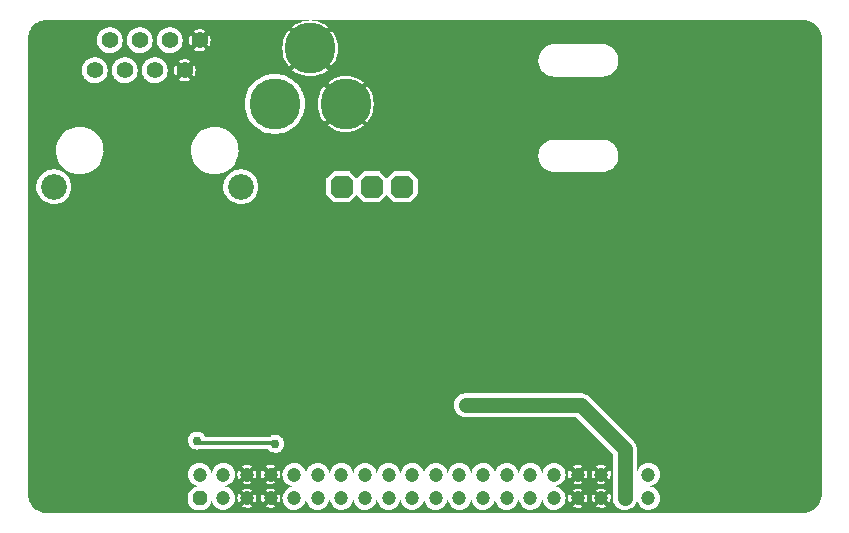
<source format=gbl>
%TF.GenerationSoftware,KiCad,Pcbnew,(6.0.0)*%
%TF.CreationDate,2022-05-10T23:47:17-04:00*%
%TF.ProjectId,WT32SC01 wifi poe,57543332-5343-4303-9120-776966692070,rev?*%
%TF.SameCoordinates,Original*%
%TF.FileFunction,Copper,L2,Bot*%
%TF.FilePolarity,Positive*%
%FSLAX46Y46*%
G04 Gerber Fmt 4.6, Leading zero omitted, Abs format (unit mm)*
G04 Created by KiCad (PCBNEW (6.0.0)) date 2022-05-10 23:47:17*
%MOMM*%
%LPD*%
G01*
G04 APERTURE LIST*
G04 Aperture macros list*
%AMOutline5P*
0 Free polygon, 5 corners , with rotation*
0 The origin of the aperture is its center*
0 number of corners: always 5*
0 $1 to $10 corner X, Y*
0 $11 Rotation angle, in degrees counterclockwise*
0 create outline with 5 corners*
4,1,5,$1,$2,$3,$4,$5,$6,$7,$8,$9,$10,$1,$2,$11*%
%AMOutline6P*
0 Free polygon, 6 corners , with rotation*
0 The origin of the aperture is its center*
0 number of corners: always 6*
0 $1 to $12 corner X, Y*
0 $13 Rotation angle, in degrees counterclockwise*
0 create outline with 6 corners*
4,1,6,$1,$2,$3,$4,$5,$6,$7,$8,$9,$10,$11,$12,$1,$2,$13*%
%AMOutline7P*
0 Free polygon, 7 corners , with rotation*
0 The origin of the aperture is its center*
0 number of corners: always 7*
0 $1 to $14 corner X, Y*
0 $15 Rotation angle, in degrees counterclockwise*
0 create outline with 7 corners*
4,1,7,$1,$2,$3,$4,$5,$6,$7,$8,$9,$10,$11,$12,$13,$14,$1,$2,$15*%
%AMOutline8P*
0 Free polygon, 8 corners , with rotation*
0 The origin of the aperture is its center*
0 number of corners: always 8*
0 $1 to $16 corner X, Y*
0 $17 Rotation angle, in degrees counterclockwise*
0 create outline with 8 corners*
4,1,8,$1,$2,$3,$4,$5,$6,$7,$8,$9,$10,$11,$12,$13,$14,$15,$16,$1,$2,$17*%
G04 Aperture macros list end*
%TA.AperFunction,ComponentPad*%
%ADD10C,1.422400*%
%TD*%
%TA.AperFunction,ComponentPad*%
%ADD11C,2.184400*%
%TD*%
%TA.AperFunction,ComponentPad*%
%ADD12Outline8P,-0.965200X0.482600X-0.482600X0.965200X0.482600X0.965200X0.965200X0.482600X0.965200X-0.482600X0.482600X-0.965200X-0.482600X-0.965200X-0.965200X-0.482600X270.000000*%
%TD*%
%TA.AperFunction,ComponentPad*%
%ADD13Outline8P,-0.600000X0.300000X-0.300000X0.600000X0.300000X0.600000X0.600000X0.300000X0.600000X-0.300000X0.300000X-0.600000X-0.300000X-0.600000X-0.600000X-0.300000X0.000000*%
%TD*%
%TA.AperFunction,ComponentPad*%
%ADD14C,1.200000*%
%TD*%
%TA.AperFunction,ComponentPad*%
%ADD15C,4.318000*%
%TD*%
%TA.AperFunction,ViaPad*%
%ADD16C,0.756400*%
%TD*%
%TA.AperFunction,ViaPad*%
%ADD17C,1.016000*%
%TD*%
%TA.AperFunction,Conductor*%
%ADD18C,0.304800*%
%TD*%
%TA.AperFunction,Conductor*%
%ADD19C,1.270000*%
%TD*%
G04 APERTURE END LIST*
D10*
%TO.P,U$2,1*%
%TO.N,N/C*%
X120556100Y-88403600D03*
%TO.P,U$2,2*%
X121826100Y-85863600D03*
%TO.P,U$2,3*%
X123096100Y-88403600D03*
%TO.P,U$2,4*%
%TO.N,DIYPOE*%
X124366100Y-85863600D03*
%TO.P,U$2,5*%
X125636100Y-88403600D03*
%TO.P,U$2,6*%
%TO.N,N/C*%
X126906100Y-85863600D03*
%TO.P,U$2,7*%
%TO.N,GND*%
X128176100Y-88403600D03*
%TO.P,U$2,8*%
X129446100Y-85863600D03*
D11*
%TO.P,U$2,MH1*%
%TO.N,N/C*%
X132916100Y-98253600D03*
%TO.P,U$2,MH2*%
X117086100Y-98253600D03*
%TD*%
D12*
%TO.P,JP1,1*%
%TO.N,N$1*%
X146541100Y-98253600D03*
%TO.P,JP1,2*%
%TO.N,RAW*%
X144001100Y-98253600D03*
%TO.P,JP1,3*%
%TO.N,DIYPOE*%
X141461100Y-98253600D03*
%TD*%
D13*
%TO.P,H2,1*%
%TO.N,VDD*%
X129436101Y-124633611D03*
D14*
%TO.P,H2,2*%
X129436101Y-122633611D03*
%TO.P,H2,3*%
%TO.N,VCC*%
X131436101Y-124633611D03*
%TO.P,H2,4*%
X131436101Y-122633611D03*
%TO.P,H2,5*%
%TO.N,GND*%
X133436101Y-124633611D03*
%TO.P,H2,6*%
X133436101Y-122633611D03*
%TO.P,H2,7*%
X135436101Y-124633611D03*
%TO.P,H2,8*%
X135436101Y-122633611D03*
%TO.P,H2,9*%
%TO.N,IO36*%
X137436101Y-124633611D03*
%TO.P,H2,10*%
%TO.N,IO4_IN2*%
X137436101Y-122633611D03*
%TO.P,H2,11*%
%TO.N,IO39_LIMIT*%
X139436101Y-124633611D03*
%TO.P,H2,12*%
%TO.N,IO2_IN1*%
X139436101Y-122633611D03*
%TO.P,H2,13*%
%TO.N,IO34*%
X141436101Y-124633611D03*
%TO.P,H2,14*%
%TO.N,IO15_LCD_CS*%
X141436101Y-122633611D03*
%TO.P,H2,15*%
%TO.N,IO19_I2C_SCL*%
X143436101Y-124633611D03*
%TO.P,H2,16*%
%TO.N,IO13_LCD_SDA*%
X143436101Y-122633611D03*
%TO.P,H2,17*%
%TO.N,IO18_I2C_SDA*%
X145436101Y-124633611D03*
%TO.P,H2,18*%
%TO.N,ESP_EN*%
X145436101Y-122633611D03*
%TO.P,H2,19*%
%TO.N,IO21_LCD_RS*%
X147436101Y-124633611D03*
%TO.P,H2,20*%
%TO.N,IO22_LCD_RST*%
X147436101Y-122633611D03*
%TO.P,H2,21*%
%TO.N,TXD*%
X149436101Y-124633611D03*
%TO.P,H2,22*%
%TO.N,IO23_LCD_BL*%
X149436101Y-122633611D03*
%TO.P,H2,23*%
%TO.N,IO12_IN4*%
X151436101Y-124633611D03*
%TO.P,H2,24*%
%TO.N,IO0*%
X151436101Y-122633611D03*
%TO.P,H2,25*%
%TO.N,IO14_LCD_SCL*%
X153436101Y-124633611D03*
%TO.P,H2,26*%
%TO.N,IO5_IN3*%
X153436101Y-122633611D03*
%TO.P,H2,27*%
%TO.N,IO27*%
X155436101Y-124633611D03*
%TO.P,H2,28*%
%TO.N,IO25_MOTOR_1*%
X155436101Y-122633611D03*
%TO.P,H2,29*%
%TO.N,IO32*%
X157436101Y-124633611D03*
%TO.P,H2,30*%
%TO.N,IO26_MOTOR_2*%
X157436101Y-122633611D03*
%TO.P,H2,31*%
%TO.N,IO33*%
X159436101Y-124633611D03*
%TO.P,H2,32*%
%TO.N,IO35*%
X159436101Y-122633611D03*
%TO.P,H2,33*%
%TO.N,GND*%
X161436101Y-124633611D03*
%TO.P,H2,34*%
X161436101Y-122633611D03*
%TO.P,H2,35*%
X163436101Y-124633611D03*
%TO.P,H2,36*%
X163436101Y-122633611D03*
%TO.P,H2,37*%
%TO.N,VCC*%
X165436101Y-124633611D03*
%TO.P,H2,38*%
X165436101Y-122633611D03*
%TO.P,H2,39*%
%TO.N,VDD*%
X167436101Y-124633611D03*
%TO.P,H2,40*%
X167436101Y-122633611D03*
%TD*%
D15*
%TO.P,J4,GND*%
%TO.N,GND*%
X141801098Y-91253589D03*
%TO.P,J4,GNDBREAK*%
X138801098Y-86553589D03*
%TO.P,J4,PWR*%
%TO.N,N$1*%
X135801098Y-91253589D03*
%TD*%
D16*
%TO.N,GND*%
X150501100Y-102253600D03*
X142501100Y-117753600D03*
X137501100Y-117753600D03*
X149501100Y-120253600D03*
X167001100Y-100253600D03*
X163001100Y-100253600D03*
X154501100Y-102253600D03*
X159001100Y-100253600D03*
%TO.N,ESP_EN*%
X129201100Y-119753600D03*
X135845000Y-120020000D03*
D17*
%TO.N,VCC*%
X152001100Y-116753600D03*
%TD*%
D18*
%TO.N,ESP_EN*%
X135778600Y-119953600D02*
X129401100Y-119953600D01*
X135845000Y-120020000D02*
X135778600Y-119953600D01*
X129401100Y-119953600D02*
X129201100Y-119753600D01*
D19*
%TO.N,VCC*%
X161701100Y-116753600D02*
X152001100Y-116753600D01*
X165436100Y-124633600D02*
X165436100Y-122633600D01*
X165436100Y-122633600D02*
X165436100Y-120488600D01*
X165436100Y-120488600D02*
X161701100Y-116753600D01*
%TD*%
%TA.AperFunction,Conductor*%
%TO.N,GND*%
G36*
X138672622Y-84143606D02*
G01*
X138681628Y-84165350D01*
X138672622Y-84187094D01*
X138652889Y-84196034D01*
X138493114Y-84206506D01*
X138491118Y-84206769D01*
X138189392Y-84266787D01*
X138187450Y-84267307D01*
X137896139Y-84366193D01*
X137894279Y-84366964D01*
X137618366Y-84503029D01*
X137616631Y-84504031D01*
X137360833Y-84674949D01*
X137359237Y-84676174D01*
X137284887Y-84741378D01*
X137283078Y-84745045D01*
X137284983Y-84750106D01*
X138796773Y-86261896D01*
X138801098Y-86263687D01*
X138805423Y-86261896D01*
X140317583Y-84749736D01*
X140319147Y-84745959D01*
X140316915Y-84741032D01*
X140242959Y-84676174D01*
X140241363Y-84674949D01*
X139985566Y-84504031D01*
X139983831Y-84503029D01*
X139707917Y-84366964D01*
X139706057Y-84366193D01*
X139414746Y-84267307D01*
X139412804Y-84266787D01*
X139111078Y-84206769D01*
X139109082Y-84206506D01*
X138949307Y-84196034D01*
X138928199Y-84185625D01*
X138920634Y-84163339D01*
X138931043Y-84142231D01*
X138951318Y-84134600D01*
X180468699Y-84134600D01*
X180473509Y-84134979D01*
X180501100Y-84139349D01*
X180503493Y-84138970D01*
X180503494Y-84138970D01*
X180518269Y-84136630D01*
X180525273Y-84136329D01*
X180621635Y-84143221D01*
X180729327Y-84150923D01*
X180733654Y-84151546D01*
X180955079Y-84199714D01*
X180959281Y-84200948D01*
X181135803Y-84266787D01*
X181171593Y-84280136D01*
X181175584Y-84281958D01*
X181374467Y-84390556D01*
X181378158Y-84392928D01*
X181559558Y-84528722D01*
X181562874Y-84531595D01*
X181723105Y-84691826D01*
X181725978Y-84695142D01*
X181861772Y-84876542D01*
X181864144Y-84880233D01*
X181966832Y-85068292D01*
X181972742Y-85079116D01*
X181974563Y-85083105D01*
X182043217Y-85267171D01*
X182053751Y-85295415D01*
X182054986Y-85299621D01*
X182103154Y-85521046D01*
X182103777Y-85525373D01*
X182111479Y-85633065D01*
X182118371Y-85729427D01*
X182118070Y-85736431D01*
X182115993Y-85749545D01*
X182115351Y-85753600D01*
X182115730Y-85755993D01*
X182119721Y-85781191D01*
X182120100Y-85786001D01*
X182120100Y-124221199D01*
X182119721Y-124226009D01*
X182116773Y-124244625D01*
X182115351Y-124253600D01*
X182115730Y-124255993D01*
X182115730Y-124255994D01*
X182118070Y-124270769D01*
X182118371Y-124277773D01*
X182111479Y-124374135D01*
X182103777Y-124481827D01*
X182103154Y-124486154D01*
X182054987Y-124707575D01*
X182053752Y-124711781D01*
X181974780Y-124923513D01*
X181974564Y-124924093D01*
X181972743Y-124928082D01*
X181944926Y-124979025D01*
X181864144Y-125126967D01*
X181861772Y-125130658D01*
X181725978Y-125312058D01*
X181723105Y-125315374D01*
X181562874Y-125475605D01*
X181559558Y-125478478D01*
X181378158Y-125614272D01*
X181374467Y-125616644D01*
X181175584Y-125725242D01*
X181171595Y-125727063D01*
X180959281Y-125806252D01*
X180955079Y-125807486D01*
X180733654Y-125855654D01*
X180729327Y-125856277D01*
X180621635Y-125863979D01*
X180525273Y-125870871D01*
X180518269Y-125870570D01*
X180503494Y-125868230D01*
X180503493Y-125868230D01*
X180501100Y-125867851D01*
X180482033Y-125870871D01*
X180473509Y-125872221D01*
X180468699Y-125872600D01*
X116533501Y-125872600D01*
X116528691Y-125872221D01*
X116520168Y-125870871D01*
X116501100Y-125867851D01*
X116498707Y-125868230D01*
X116498706Y-125868230D01*
X116483931Y-125870570D01*
X116476927Y-125870871D01*
X116380565Y-125863979D01*
X116272873Y-125856277D01*
X116268546Y-125855654D01*
X116047121Y-125807486D01*
X116042919Y-125806252D01*
X115830605Y-125727063D01*
X115826616Y-125725242D01*
X115627733Y-125616644D01*
X115624042Y-125614272D01*
X115442642Y-125478478D01*
X115439326Y-125475605D01*
X115279095Y-125315374D01*
X115276222Y-125312058D01*
X115140428Y-125130658D01*
X115138056Y-125126967D01*
X115057274Y-124979025D01*
X115029457Y-124928082D01*
X115027636Y-124924093D01*
X115027420Y-124923513D01*
X114948448Y-124711781D01*
X114947213Y-124707575D01*
X114899046Y-124486154D01*
X114898423Y-124481827D01*
X114890721Y-124374135D01*
X114883829Y-124277773D01*
X114884130Y-124270769D01*
X114886470Y-124255994D01*
X114886470Y-124255993D01*
X114886849Y-124253600D01*
X114885428Y-124244625D01*
X114882479Y-124226009D01*
X114882100Y-124221199D01*
X114882100Y-122619841D01*
X128449948Y-122619841D01*
X128450074Y-122621342D01*
X128465233Y-122801854D01*
X128466055Y-122811648D01*
X128466469Y-122813091D01*
X128515340Y-122983524D01*
X128519110Y-122996673D01*
X128607093Y-123167870D01*
X128608027Y-123169048D01*
X128608028Y-123169050D01*
X128725721Y-123317542D01*
X128725725Y-123317546D01*
X128726653Y-123318717D01*
X128873235Y-123443469D01*
X128874541Y-123444199D01*
X128874544Y-123444201D01*
X129039943Y-123536639D01*
X129039946Y-123536640D01*
X129041257Y-123537373D01*
X129042688Y-123537838D01*
X129209742Y-123592117D01*
X129227638Y-123607402D01*
X129229485Y-123630864D01*
X129214200Y-123648760D01*
X129200241Y-123652112D01*
X129089800Y-123652112D01*
X129082494Y-123652958D01*
X129050567Y-123656655D01*
X129050564Y-123656656D01*
X129048438Y-123656902D01*
X129046459Y-123657724D01*
X129046458Y-123657724D01*
X128933123Y-123704784D01*
X128933121Y-123704785D01*
X128931142Y-123705607D01*
X128899078Y-123731112D01*
X128533601Y-124096589D01*
X128507740Y-124129224D01*
X128506921Y-124131206D01*
X128460057Y-124244625D01*
X128460056Y-124244628D01*
X128459239Y-124246606D01*
X128458996Y-124248739D01*
X128454702Y-124286430D01*
X128454601Y-124287313D01*
X128454602Y-124979912D01*
X128454704Y-124980792D01*
X128459069Y-125018483D01*
X128459392Y-125021274D01*
X128460214Y-125023253D01*
X128460214Y-125023254D01*
X128504812Y-125130658D01*
X128508097Y-125138570D01*
X128533602Y-125170634D01*
X128899079Y-125536111D01*
X128899782Y-125536668D01*
X128899783Y-125536669D01*
X128901258Y-125537838D01*
X128931714Y-125561972D01*
X128933696Y-125562791D01*
X129047115Y-125609655D01*
X129047118Y-125609656D01*
X129049096Y-125610473D01*
X129051229Y-125610716D01*
X129088939Y-125615013D01*
X129088947Y-125615013D01*
X129089803Y-125615111D01*
X129432154Y-125615111D01*
X129782402Y-125615110D01*
X129789708Y-125614264D01*
X129821635Y-125610567D01*
X129821638Y-125610566D01*
X129823764Y-125610320D01*
X129836593Y-125604993D01*
X129939079Y-125562438D01*
X129939081Y-125562437D01*
X129941060Y-125561615D01*
X129951240Y-125553518D01*
X129972444Y-125536651D01*
X129972445Y-125536650D01*
X129973124Y-125536110D01*
X130338601Y-125170633D01*
X130339856Y-125169050D01*
X130363128Y-125139681D01*
X130364462Y-125137998D01*
X130369020Y-125126967D01*
X130412145Y-125022597D01*
X130412146Y-125022594D01*
X130412963Y-125020616D01*
X130415691Y-124996673D01*
X130417503Y-124980773D01*
X130417503Y-124980765D01*
X130417601Y-124979909D01*
X130417601Y-124861467D01*
X130426607Y-124839723D01*
X130448351Y-124830717D01*
X130470095Y-124839723D01*
X130477910Y-124852991D01*
X130514050Y-124979025D01*
X130519110Y-124996673D01*
X130607093Y-125167870D01*
X130608027Y-125169048D01*
X130608028Y-125169050D01*
X130725721Y-125317542D01*
X130725725Y-125317546D01*
X130726653Y-125318717D01*
X130873235Y-125443469D01*
X130874541Y-125444199D01*
X130874544Y-125444201D01*
X131039943Y-125536639D01*
X131039946Y-125536640D01*
X131041257Y-125537373D01*
X131224318Y-125596853D01*
X131319882Y-125608248D01*
X131413959Y-125619467D01*
X131413963Y-125619467D01*
X131415447Y-125619644D01*
X131416942Y-125619529D01*
X131416945Y-125619529D01*
X131605857Y-125604993D01*
X131605860Y-125604993D01*
X131607361Y-125604877D01*
X131608809Y-125604473D01*
X131608813Y-125604472D01*
X131758094Y-125562791D01*
X131792753Y-125553114D01*
X131943120Y-125477159D01*
X131963212Y-125467010D01*
X131963213Y-125467010D01*
X131964560Y-125466329D01*
X132116238Y-125347825D01*
X132131666Y-125329952D01*
X132133765Y-125327520D01*
X133032095Y-125327520D01*
X133033037Y-125329794D01*
X133070228Y-125354132D01*
X133073278Y-125355672D01*
X133238948Y-125417284D01*
X133242263Y-125418111D01*
X133417473Y-125441489D01*
X133420886Y-125441560D01*
X133596917Y-125425540D01*
X133600262Y-125424853D01*
X133768374Y-125370230D01*
X133771480Y-125368821D01*
X133836685Y-125329952D01*
X133838497Y-125327520D01*
X135032095Y-125327520D01*
X135033037Y-125329794D01*
X135070228Y-125354132D01*
X135073278Y-125355672D01*
X135238948Y-125417284D01*
X135242263Y-125418111D01*
X135417473Y-125441489D01*
X135420886Y-125441560D01*
X135596917Y-125425540D01*
X135600262Y-125424853D01*
X135768374Y-125370230D01*
X135771480Y-125368821D01*
X135836685Y-125329952D01*
X135839483Y-125326197D01*
X135839170Y-125324049D01*
X135440426Y-124925304D01*
X135436101Y-124923513D01*
X135431776Y-124925304D01*
X135033886Y-125323195D01*
X135032095Y-125327520D01*
X133838497Y-125327520D01*
X133839483Y-125326197D01*
X133839170Y-125324049D01*
X133440426Y-124925304D01*
X133436101Y-124923513D01*
X133431776Y-124925304D01*
X133033886Y-125323195D01*
X133032095Y-125327520D01*
X132133765Y-125327520D01*
X132241030Y-125203251D01*
X132242009Y-125202117D01*
X132243869Y-125198844D01*
X132336342Y-125036061D01*
X132337084Y-125034755D01*
X132337559Y-125033328D01*
X132397368Y-124853536D01*
X132397369Y-124853532D01*
X132397841Y-124852113D01*
X132399848Y-124836230D01*
X132421859Y-124661988D01*
X132421965Y-124661149D01*
X132422350Y-124633611D01*
X132421411Y-124624037D01*
X132628066Y-124624037D01*
X132645314Y-124799953D01*
X132646024Y-124803291D01*
X132701818Y-124971013D01*
X132703253Y-124974120D01*
X132739678Y-125034264D01*
X132743452Y-125037035D01*
X132745643Y-125036700D01*
X133144408Y-124637936D01*
X133146199Y-124633611D01*
X133726003Y-124633611D01*
X133727794Y-124637936D01*
X134125899Y-125036040D01*
X134130224Y-125037831D01*
X134132547Y-125036869D01*
X134154046Y-125004511D01*
X134155612Y-125001465D01*
X134218378Y-124836230D01*
X134219228Y-124832921D01*
X134243933Y-124657141D01*
X134244082Y-124655207D01*
X134244370Y-124634576D01*
X134244275Y-124632649D01*
X134243309Y-124624037D01*
X134628066Y-124624037D01*
X134645314Y-124799953D01*
X134646024Y-124803291D01*
X134701818Y-124971013D01*
X134703253Y-124974120D01*
X134739678Y-125034264D01*
X134743452Y-125037035D01*
X134745643Y-125036700D01*
X135144408Y-124637936D01*
X135146199Y-124633611D01*
X135726003Y-124633611D01*
X135727794Y-124637936D01*
X136125899Y-125036040D01*
X136130224Y-125037831D01*
X136132547Y-125036869D01*
X136154046Y-125004511D01*
X136155612Y-125001465D01*
X136218378Y-124836230D01*
X136219228Y-124832921D01*
X136243933Y-124657141D01*
X136244082Y-124655207D01*
X136244370Y-124634576D01*
X136244275Y-124632649D01*
X136242838Y-124619841D01*
X136449948Y-124619841D01*
X136450074Y-124621342D01*
X136465233Y-124801854D01*
X136466055Y-124811648D01*
X136475895Y-124845965D01*
X136514050Y-124979025D01*
X136519110Y-124996673D01*
X136607093Y-125167870D01*
X136608027Y-125169048D01*
X136608028Y-125169050D01*
X136725721Y-125317542D01*
X136725725Y-125317546D01*
X136726653Y-125318717D01*
X136873235Y-125443469D01*
X136874541Y-125444199D01*
X136874544Y-125444201D01*
X137039943Y-125536639D01*
X137039946Y-125536640D01*
X137041257Y-125537373D01*
X137224318Y-125596853D01*
X137319882Y-125608248D01*
X137413959Y-125619467D01*
X137413963Y-125619467D01*
X137415447Y-125619644D01*
X137416942Y-125619529D01*
X137416945Y-125619529D01*
X137605857Y-125604993D01*
X137605860Y-125604993D01*
X137607361Y-125604877D01*
X137608809Y-125604473D01*
X137608813Y-125604472D01*
X137758094Y-125562791D01*
X137792753Y-125553114D01*
X137943120Y-125477159D01*
X137963212Y-125467010D01*
X137963213Y-125467010D01*
X137964560Y-125466329D01*
X138116238Y-125347825D01*
X138131666Y-125329952D01*
X138241030Y-125203251D01*
X138242009Y-125202117D01*
X138243869Y-125198844D01*
X138336342Y-125036061D01*
X138337084Y-125034755D01*
X138337559Y-125033328D01*
X138397368Y-124853536D01*
X138397369Y-124853532D01*
X138397841Y-124852113D01*
X138399848Y-124836230D01*
X138403142Y-124810150D01*
X138404190Y-124801854D01*
X138415851Y-124781411D01*
X138438552Y-124775200D01*
X138458995Y-124786861D01*
X138465340Y-124803134D01*
X138466055Y-124811648D01*
X138475895Y-124845965D01*
X138514050Y-124979025D01*
X138519110Y-124996673D01*
X138607093Y-125167870D01*
X138608027Y-125169048D01*
X138608028Y-125169050D01*
X138725721Y-125317542D01*
X138725725Y-125317546D01*
X138726653Y-125318717D01*
X138873235Y-125443469D01*
X138874541Y-125444199D01*
X138874544Y-125444201D01*
X139039943Y-125536639D01*
X139039946Y-125536640D01*
X139041257Y-125537373D01*
X139224318Y-125596853D01*
X139319882Y-125608248D01*
X139413959Y-125619467D01*
X139413963Y-125619467D01*
X139415447Y-125619644D01*
X139416942Y-125619529D01*
X139416945Y-125619529D01*
X139605857Y-125604993D01*
X139605860Y-125604993D01*
X139607361Y-125604877D01*
X139608809Y-125604473D01*
X139608813Y-125604472D01*
X139758094Y-125562791D01*
X139792753Y-125553114D01*
X139943120Y-125477159D01*
X139963212Y-125467010D01*
X139963213Y-125467010D01*
X139964560Y-125466329D01*
X140116238Y-125347825D01*
X140131666Y-125329952D01*
X140241030Y-125203251D01*
X140242009Y-125202117D01*
X140243869Y-125198844D01*
X140336342Y-125036061D01*
X140337084Y-125034755D01*
X140337559Y-125033328D01*
X140397368Y-124853536D01*
X140397369Y-124853532D01*
X140397841Y-124852113D01*
X140399848Y-124836230D01*
X140403142Y-124810150D01*
X140404190Y-124801854D01*
X140415851Y-124781411D01*
X140438552Y-124775200D01*
X140458995Y-124786861D01*
X140465340Y-124803134D01*
X140466055Y-124811648D01*
X140475895Y-124845965D01*
X140514050Y-124979025D01*
X140519110Y-124996673D01*
X140607093Y-125167870D01*
X140608027Y-125169048D01*
X140608028Y-125169050D01*
X140725721Y-125317542D01*
X140725725Y-125317546D01*
X140726653Y-125318717D01*
X140873235Y-125443469D01*
X140874541Y-125444199D01*
X140874544Y-125444201D01*
X141039943Y-125536639D01*
X141039946Y-125536640D01*
X141041257Y-125537373D01*
X141224318Y-125596853D01*
X141319882Y-125608248D01*
X141413959Y-125619467D01*
X141413963Y-125619467D01*
X141415447Y-125619644D01*
X141416942Y-125619529D01*
X141416945Y-125619529D01*
X141605857Y-125604993D01*
X141605860Y-125604993D01*
X141607361Y-125604877D01*
X141608809Y-125604473D01*
X141608813Y-125604472D01*
X141758094Y-125562791D01*
X141792753Y-125553114D01*
X141943120Y-125477159D01*
X141963212Y-125467010D01*
X141963213Y-125467010D01*
X141964560Y-125466329D01*
X142116238Y-125347825D01*
X142131666Y-125329952D01*
X142241030Y-125203251D01*
X142242009Y-125202117D01*
X142243869Y-125198844D01*
X142336342Y-125036061D01*
X142337084Y-125034755D01*
X142337559Y-125033328D01*
X142397368Y-124853536D01*
X142397369Y-124853532D01*
X142397841Y-124852113D01*
X142399848Y-124836230D01*
X142403142Y-124810150D01*
X142404190Y-124801854D01*
X142415851Y-124781411D01*
X142438552Y-124775200D01*
X142458995Y-124786861D01*
X142465340Y-124803134D01*
X142466055Y-124811648D01*
X142475895Y-124845965D01*
X142514050Y-124979025D01*
X142519110Y-124996673D01*
X142607093Y-125167870D01*
X142608027Y-125169048D01*
X142608028Y-125169050D01*
X142725721Y-125317542D01*
X142725725Y-125317546D01*
X142726653Y-125318717D01*
X142873235Y-125443469D01*
X142874541Y-125444199D01*
X142874544Y-125444201D01*
X143039943Y-125536639D01*
X143039946Y-125536640D01*
X143041257Y-125537373D01*
X143224318Y-125596853D01*
X143319882Y-125608248D01*
X143413959Y-125619467D01*
X143413963Y-125619467D01*
X143415447Y-125619644D01*
X143416942Y-125619529D01*
X143416945Y-125619529D01*
X143605857Y-125604993D01*
X143605860Y-125604993D01*
X143607361Y-125604877D01*
X143608809Y-125604473D01*
X143608813Y-125604472D01*
X143758094Y-125562791D01*
X143792753Y-125553114D01*
X143943120Y-125477159D01*
X143963212Y-125467010D01*
X143963213Y-125467010D01*
X143964560Y-125466329D01*
X144116238Y-125347825D01*
X144131666Y-125329952D01*
X144241030Y-125203251D01*
X144242009Y-125202117D01*
X144243869Y-125198844D01*
X144336342Y-125036061D01*
X144337084Y-125034755D01*
X144337559Y-125033328D01*
X144397368Y-124853536D01*
X144397369Y-124853532D01*
X144397841Y-124852113D01*
X144399848Y-124836230D01*
X144403142Y-124810150D01*
X144404190Y-124801854D01*
X144415851Y-124781411D01*
X144438552Y-124775200D01*
X144458995Y-124786861D01*
X144465340Y-124803134D01*
X144466055Y-124811648D01*
X144475895Y-124845965D01*
X144514050Y-124979025D01*
X144519110Y-124996673D01*
X144607093Y-125167870D01*
X144608027Y-125169048D01*
X144608028Y-125169050D01*
X144725721Y-125317542D01*
X144725725Y-125317546D01*
X144726653Y-125318717D01*
X144873235Y-125443469D01*
X144874541Y-125444199D01*
X144874544Y-125444201D01*
X145039943Y-125536639D01*
X145039946Y-125536640D01*
X145041257Y-125537373D01*
X145224318Y-125596853D01*
X145319882Y-125608248D01*
X145413959Y-125619467D01*
X145413963Y-125619467D01*
X145415447Y-125619644D01*
X145416942Y-125619529D01*
X145416945Y-125619529D01*
X145605857Y-125604993D01*
X145605860Y-125604993D01*
X145607361Y-125604877D01*
X145608809Y-125604473D01*
X145608813Y-125604472D01*
X145758094Y-125562791D01*
X145792753Y-125553114D01*
X145943120Y-125477159D01*
X145963212Y-125467010D01*
X145963213Y-125467010D01*
X145964560Y-125466329D01*
X146116238Y-125347825D01*
X146131666Y-125329952D01*
X146241030Y-125203251D01*
X146242009Y-125202117D01*
X146243869Y-125198844D01*
X146336342Y-125036061D01*
X146337084Y-125034755D01*
X146337559Y-125033328D01*
X146397368Y-124853536D01*
X146397369Y-124853532D01*
X146397841Y-124852113D01*
X146399848Y-124836230D01*
X146403142Y-124810150D01*
X146404190Y-124801854D01*
X146415851Y-124781411D01*
X146438552Y-124775200D01*
X146458995Y-124786861D01*
X146465340Y-124803134D01*
X146466055Y-124811648D01*
X146475895Y-124845965D01*
X146514050Y-124979025D01*
X146519110Y-124996673D01*
X146607093Y-125167870D01*
X146608027Y-125169048D01*
X146608028Y-125169050D01*
X146725721Y-125317542D01*
X146725725Y-125317546D01*
X146726653Y-125318717D01*
X146873235Y-125443469D01*
X146874541Y-125444199D01*
X146874544Y-125444201D01*
X147039943Y-125536639D01*
X147039946Y-125536640D01*
X147041257Y-125537373D01*
X147224318Y-125596853D01*
X147319882Y-125608248D01*
X147413959Y-125619467D01*
X147413963Y-125619467D01*
X147415447Y-125619644D01*
X147416942Y-125619529D01*
X147416945Y-125619529D01*
X147605857Y-125604993D01*
X147605860Y-125604993D01*
X147607361Y-125604877D01*
X147608809Y-125604473D01*
X147608813Y-125604472D01*
X147758094Y-125562791D01*
X147792753Y-125553114D01*
X147943120Y-125477159D01*
X147963212Y-125467010D01*
X147963213Y-125467010D01*
X147964560Y-125466329D01*
X148116238Y-125347825D01*
X148131666Y-125329952D01*
X148241030Y-125203251D01*
X148242009Y-125202117D01*
X148243869Y-125198844D01*
X148336342Y-125036061D01*
X148337084Y-125034755D01*
X148337559Y-125033328D01*
X148397368Y-124853536D01*
X148397369Y-124853532D01*
X148397841Y-124852113D01*
X148399848Y-124836230D01*
X148403142Y-124810150D01*
X148404190Y-124801854D01*
X148415851Y-124781411D01*
X148438552Y-124775200D01*
X148458995Y-124786861D01*
X148465340Y-124803134D01*
X148466055Y-124811648D01*
X148475895Y-124845965D01*
X148514050Y-124979025D01*
X148519110Y-124996673D01*
X148607093Y-125167870D01*
X148608027Y-125169048D01*
X148608028Y-125169050D01*
X148725721Y-125317542D01*
X148725725Y-125317546D01*
X148726653Y-125318717D01*
X148873235Y-125443469D01*
X148874541Y-125444199D01*
X148874544Y-125444201D01*
X149039943Y-125536639D01*
X149039946Y-125536640D01*
X149041257Y-125537373D01*
X149224318Y-125596853D01*
X149319882Y-125608248D01*
X149413959Y-125619467D01*
X149413963Y-125619467D01*
X149415447Y-125619644D01*
X149416942Y-125619529D01*
X149416945Y-125619529D01*
X149605857Y-125604993D01*
X149605860Y-125604993D01*
X149607361Y-125604877D01*
X149608809Y-125604473D01*
X149608813Y-125604472D01*
X149758094Y-125562791D01*
X149792753Y-125553114D01*
X149943120Y-125477159D01*
X149963212Y-125467010D01*
X149963213Y-125467010D01*
X149964560Y-125466329D01*
X150116238Y-125347825D01*
X150131666Y-125329952D01*
X150241030Y-125203251D01*
X150242009Y-125202117D01*
X150243869Y-125198844D01*
X150336342Y-125036061D01*
X150337084Y-125034755D01*
X150337559Y-125033328D01*
X150397368Y-124853536D01*
X150397369Y-124853532D01*
X150397841Y-124852113D01*
X150399848Y-124836230D01*
X150403142Y-124810150D01*
X150404190Y-124801854D01*
X150415851Y-124781411D01*
X150438552Y-124775200D01*
X150458995Y-124786861D01*
X150465340Y-124803134D01*
X150466055Y-124811648D01*
X150475895Y-124845965D01*
X150514050Y-124979025D01*
X150519110Y-124996673D01*
X150607093Y-125167870D01*
X150608027Y-125169048D01*
X150608028Y-125169050D01*
X150725721Y-125317542D01*
X150725725Y-125317546D01*
X150726653Y-125318717D01*
X150873235Y-125443469D01*
X150874541Y-125444199D01*
X150874544Y-125444201D01*
X151039943Y-125536639D01*
X151039946Y-125536640D01*
X151041257Y-125537373D01*
X151224318Y-125596853D01*
X151319882Y-125608248D01*
X151413959Y-125619467D01*
X151413963Y-125619467D01*
X151415447Y-125619644D01*
X151416942Y-125619529D01*
X151416945Y-125619529D01*
X151605857Y-125604993D01*
X151605860Y-125604993D01*
X151607361Y-125604877D01*
X151608809Y-125604473D01*
X151608813Y-125604472D01*
X151758094Y-125562791D01*
X151792753Y-125553114D01*
X151943120Y-125477159D01*
X151963212Y-125467010D01*
X151963213Y-125467010D01*
X151964560Y-125466329D01*
X152116238Y-125347825D01*
X152131666Y-125329952D01*
X152241030Y-125203251D01*
X152242009Y-125202117D01*
X152243869Y-125198844D01*
X152336342Y-125036061D01*
X152337084Y-125034755D01*
X152337559Y-125033328D01*
X152397368Y-124853536D01*
X152397369Y-124853532D01*
X152397841Y-124852113D01*
X152399848Y-124836230D01*
X152403142Y-124810150D01*
X152404190Y-124801854D01*
X152415851Y-124781411D01*
X152438552Y-124775200D01*
X152458995Y-124786861D01*
X152465340Y-124803134D01*
X152466055Y-124811648D01*
X152475895Y-124845965D01*
X152514050Y-124979025D01*
X152519110Y-124996673D01*
X152607093Y-125167870D01*
X152608027Y-125169048D01*
X152608028Y-125169050D01*
X152725721Y-125317542D01*
X152725725Y-125317546D01*
X152726653Y-125318717D01*
X152873235Y-125443469D01*
X152874541Y-125444199D01*
X152874544Y-125444201D01*
X153039943Y-125536639D01*
X153039946Y-125536640D01*
X153041257Y-125537373D01*
X153224318Y-125596853D01*
X153319882Y-125608248D01*
X153413959Y-125619467D01*
X153413963Y-125619467D01*
X153415447Y-125619644D01*
X153416942Y-125619529D01*
X153416945Y-125619529D01*
X153605857Y-125604993D01*
X153605860Y-125604993D01*
X153607361Y-125604877D01*
X153608809Y-125604473D01*
X153608813Y-125604472D01*
X153758094Y-125562791D01*
X153792753Y-125553114D01*
X153943120Y-125477159D01*
X153963212Y-125467010D01*
X153963213Y-125467010D01*
X153964560Y-125466329D01*
X154116238Y-125347825D01*
X154131666Y-125329952D01*
X154241030Y-125203251D01*
X154242009Y-125202117D01*
X154243869Y-125198844D01*
X154336342Y-125036061D01*
X154337084Y-125034755D01*
X154337559Y-125033328D01*
X154397368Y-124853536D01*
X154397369Y-124853532D01*
X154397841Y-124852113D01*
X154399848Y-124836230D01*
X154403142Y-124810150D01*
X154404190Y-124801854D01*
X154415851Y-124781411D01*
X154438552Y-124775200D01*
X154458995Y-124786861D01*
X154465340Y-124803134D01*
X154466055Y-124811648D01*
X154475895Y-124845965D01*
X154514050Y-124979025D01*
X154519110Y-124996673D01*
X154607093Y-125167870D01*
X154608027Y-125169048D01*
X154608028Y-125169050D01*
X154725721Y-125317542D01*
X154725725Y-125317546D01*
X154726653Y-125318717D01*
X154873235Y-125443469D01*
X154874541Y-125444199D01*
X154874544Y-125444201D01*
X155039943Y-125536639D01*
X155039946Y-125536640D01*
X155041257Y-125537373D01*
X155224318Y-125596853D01*
X155319882Y-125608248D01*
X155413959Y-125619467D01*
X155413963Y-125619467D01*
X155415447Y-125619644D01*
X155416942Y-125619529D01*
X155416945Y-125619529D01*
X155605857Y-125604993D01*
X155605860Y-125604993D01*
X155607361Y-125604877D01*
X155608809Y-125604473D01*
X155608813Y-125604472D01*
X155758094Y-125562791D01*
X155792753Y-125553114D01*
X155943120Y-125477159D01*
X155963212Y-125467010D01*
X155963213Y-125467010D01*
X155964560Y-125466329D01*
X156116238Y-125347825D01*
X156131666Y-125329952D01*
X156241030Y-125203251D01*
X156242009Y-125202117D01*
X156243869Y-125198844D01*
X156336342Y-125036061D01*
X156337084Y-125034755D01*
X156337559Y-125033328D01*
X156397368Y-124853536D01*
X156397369Y-124853532D01*
X156397841Y-124852113D01*
X156399848Y-124836230D01*
X156403142Y-124810150D01*
X156404190Y-124801854D01*
X156415851Y-124781411D01*
X156438552Y-124775200D01*
X156458995Y-124786861D01*
X156465340Y-124803134D01*
X156466055Y-124811648D01*
X156475895Y-124845965D01*
X156514050Y-124979025D01*
X156519110Y-124996673D01*
X156607093Y-125167870D01*
X156608027Y-125169048D01*
X156608028Y-125169050D01*
X156725721Y-125317542D01*
X156725725Y-125317546D01*
X156726653Y-125318717D01*
X156873235Y-125443469D01*
X156874541Y-125444199D01*
X156874544Y-125444201D01*
X157039943Y-125536639D01*
X157039946Y-125536640D01*
X157041257Y-125537373D01*
X157224318Y-125596853D01*
X157319882Y-125608248D01*
X157413959Y-125619467D01*
X157413963Y-125619467D01*
X157415447Y-125619644D01*
X157416942Y-125619529D01*
X157416945Y-125619529D01*
X157605857Y-125604993D01*
X157605860Y-125604993D01*
X157607361Y-125604877D01*
X157608809Y-125604473D01*
X157608813Y-125604472D01*
X157758094Y-125562791D01*
X157792753Y-125553114D01*
X157943120Y-125477159D01*
X157963212Y-125467010D01*
X157963213Y-125467010D01*
X157964560Y-125466329D01*
X158116238Y-125347825D01*
X158131666Y-125329952D01*
X158241030Y-125203251D01*
X158242009Y-125202117D01*
X158243869Y-125198844D01*
X158336342Y-125036061D01*
X158337084Y-125034755D01*
X158337559Y-125033328D01*
X158397368Y-124853536D01*
X158397369Y-124853532D01*
X158397841Y-124852113D01*
X158399848Y-124836230D01*
X158403142Y-124810150D01*
X158404190Y-124801854D01*
X158415851Y-124781411D01*
X158438552Y-124775200D01*
X158458995Y-124786861D01*
X158465340Y-124803134D01*
X158466055Y-124811648D01*
X158475895Y-124845965D01*
X158514050Y-124979025D01*
X158519110Y-124996673D01*
X158607093Y-125167870D01*
X158608027Y-125169048D01*
X158608028Y-125169050D01*
X158725721Y-125317542D01*
X158725725Y-125317546D01*
X158726653Y-125318717D01*
X158873235Y-125443469D01*
X158874541Y-125444199D01*
X158874544Y-125444201D01*
X159039943Y-125536639D01*
X159039946Y-125536640D01*
X159041257Y-125537373D01*
X159224318Y-125596853D01*
X159319882Y-125608248D01*
X159413959Y-125619467D01*
X159413963Y-125619467D01*
X159415447Y-125619644D01*
X159416942Y-125619529D01*
X159416945Y-125619529D01*
X159605857Y-125604993D01*
X159605860Y-125604993D01*
X159607361Y-125604877D01*
X159608809Y-125604473D01*
X159608813Y-125604472D01*
X159758094Y-125562791D01*
X159792753Y-125553114D01*
X159943120Y-125477159D01*
X159963212Y-125467010D01*
X159963213Y-125467010D01*
X159964560Y-125466329D01*
X160116238Y-125347825D01*
X160131666Y-125329952D01*
X160133765Y-125327520D01*
X161032095Y-125327520D01*
X161033037Y-125329794D01*
X161070228Y-125354132D01*
X161073278Y-125355672D01*
X161238948Y-125417284D01*
X161242263Y-125418111D01*
X161417473Y-125441489D01*
X161420886Y-125441560D01*
X161596917Y-125425540D01*
X161600262Y-125424853D01*
X161768374Y-125370230D01*
X161771480Y-125368821D01*
X161836685Y-125329952D01*
X161838497Y-125327520D01*
X163032095Y-125327520D01*
X163033037Y-125329794D01*
X163070228Y-125354132D01*
X163073278Y-125355672D01*
X163238948Y-125417284D01*
X163242263Y-125418111D01*
X163417473Y-125441489D01*
X163420886Y-125441560D01*
X163596917Y-125425540D01*
X163600262Y-125424853D01*
X163768374Y-125370230D01*
X163771480Y-125368821D01*
X163836685Y-125329952D01*
X163839483Y-125326197D01*
X163839170Y-125324049D01*
X163440426Y-124925304D01*
X163436101Y-124923513D01*
X163431776Y-124925304D01*
X163033886Y-125323195D01*
X163032095Y-125327520D01*
X161838497Y-125327520D01*
X161839483Y-125326197D01*
X161839170Y-125324049D01*
X161440426Y-124925304D01*
X161436101Y-124923513D01*
X161431776Y-124925304D01*
X161033886Y-125323195D01*
X161032095Y-125327520D01*
X160133765Y-125327520D01*
X160241030Y-125203251D01*
X160242009Y-125202117D01*
X160243869Y-125198844D01*
X160336342Y-125036061D01*
X160337084Y-125034755D01*
X160337559Y-125033328D01*
X160397368Y-124853536D01*
X160397369Y-124853532D01*
X160397841Y-124852113D01*
X160399848Y-124836230D01*
X160421859Y-124661988D01*
X160421965Y-124661149D01*
X160422350Y-124633611D01*
X160421411Y-124624037D01*
X160628066Y-124624037D01*
X160645314Y-124799953D01*
X160646024Y-124803291D01*
X160701818Y-124971013D01*
X160703253Y-124974120D01*
X160739678Y-125034264D01*
X160743452Y-125037035D01*
X160745643Y-125036700D01*
X161144408Y-124637936D01*
X161146199Y-124633611D01*
X161726003Y-124633611D01*
X161727794Y-124637936D01*
X162125899Y-125036040D01*
X162130224Y-125037831D01*
X162132547Y-125036869D01*
X162154046Y-125004511D01*
X162155612Y-125001465D01*
X162218378Y-124836230D01*
X162219228Y-124832921D01*
X162243933Y-124657141D01*
X162244082Y-124655207D01*
X162244370Y-124634576D01*
X162244275Y-124632649D01*
X162243309Y-124624037D01*
X162628066Y-124624037D01*
X162645314Y-124799953D01*
X162646024Y-124803291D01*
X162701818Y-124971013D01*
X162703253Y-124974120D01*
X162739678Y-125034264D01*
X162743452Y-125037035D01*
X162745643Y-125036700D01*
X163144408Y-124637936D01*
X163146199Y-124633611D01*
X163726003Y-124633611D01*
X163727794Y-124637936D01*
X164125899Y-125036040D01*
X164130224Y-125037831D01*
X164132547Y-125036869D01*
X164154046Y-125004511D01*
X164155612Y-125001465D01*
X164218378Y-124836230D01*
X164219228Y-124832921D01*
X164243933Y-124657141D01*
X164244082Y-124655207D01*
X164244370Y-124634576D01*
X164244275Y-124632649D01*
X164224489Y-124456249D01*
X164223732Y-124452913D01*
X164165600Y-124285983D01*
X164164125Y-124282906D01*
X164132775Y-124232736D01*
X164128963Y-124230017D01*
X164126683Y-124230398D01*
X163727794Y-124629286D01*
X163726003Y-124633611D01*
X163146199Y-124633611D01*
X163144408Y-124629286D01*
X162746703Y-124231582D01*
X162742378Y-124229791D01*
X162740151Y-124230713D01*
X162713043Y-124272776D01*
X162711526Y-124275833D01*
X162651070Y-124441936D01*
X162650267Y-124445254D01*
X162628113Y-124620623D01*
X162628066Y-124624037D01*
X162243309Y-124624037D01*
X162224489Y-124456249D01*
X162223732Y-124452913D01*
X162165600Y-124285983D01*
X162164125Y-124282906D01*
X162132775Y-124232736D01*
X162128963Y-124230017D01*
X162126683Y-124230398D01*
X161727794Y-124629286D01*
X161726003Y-124633611D01*
X161146199Y-124633611D01*
X161144408Y-124629286D01*
X160746703Y-124231582D01*
X160742378Y-124229791D01*
X160740151Y-124230713D01*
X160713043Y-124272776D01*
X160711526Y-124275833D01*
X160651070Y-124441936D01*
X160650267Y-124445254D01*
X160628113Y-124620623D01*
X160628066Y-124624037D01*
X160421411Y-124624037D01*
X160418682Y-124596198D01*
X160403714Y-124443544D01*
X160403713Y-124443541D01*
X160403567Y-124442048D01*
X160403135Y-124440617D01*
X160403134Y-124440612D01*
X160356589Y-124286449D01*
X160347934Y-124257781D01*
X160280633Y-124131206D01*
X160258276Y-124089158D01*
X160258274Y-124089155D01*
X160257569Y-124087829D01*
X160137711Y-123940869D01*
X161032605Y-123940869D01*
X161032963Y-123943104D01*
X161431776Y-124341918D01*
X161436101Y-124343709D01*
X161440426Y-124341918D01*
X161837971Y-123944372D01*
X161839422Y-123940869D01*
X163032605Y-123940869D01*
X163032963Y-123943104D01*
X163431776Y-124341918D01*
X163436101Y-124343709D01*
X163440426Y-124341918D01*
X163837971Y-123944372D01*
X163839762Y-123940047D01*
X163838859Y-123937866D01*
X163791884Y-123908056D01*
X163788806Y-123906554D01*
X163622294Y-123847262D01*
X163618968Y-123846482D01*
X163443446Y-123825552D01*
X163440040Y-123825528D01*
X163264242Y-123844005D01*
X163260905Y-123844738D01*
X163093578Y-123901702D01*
X163090491Y-123903154D01*
X163035349Y-123937078D01*
X163032605Y-123940869D01*
X161839422Y-123940869D01*
X161839762Y-123940047D01*
X161838859Y-123937866D01*
X161791884Y-123908056D01*
X161788806Y-123906554D01*
X161622294Y-123847262D01*
X161618968Y-123846482D01*
X161443446Y-123825552D01*
X161440040Y-123825528D01*
X161264242Y-123844005D01*
X161260905Y-123844738D01*
X161093578Y-123901702D01*
X161090491Y-123903154D01*
X161035349Y-123937078D01*
X161032605Y-123940869D01*
X160137711Y-123940869D01*
X160135914Y-123938666D01*
X159987604Y-123815974D01*
X159986284Y-123815260D01*
X159819611Y-123725139D01*
X159819608Y-123725138D01*
X159818288Y-123724424D01*
X159816856Y-123723981D01*
X159816852Y-123723979D01*
X159684283Y-123682943D01*
X159634414Y-123667506D01*
X159611997Y-123665150D01*
X159591314Y-123653920D01*
X159584629Y-123631354D01*
X159595859Y-123610671D01*
X159607497Y-123605365D01*
X159607361Y-123604877D01*
X159637761Y-123596389D01*
X159792753Y-123553114D01*
X159964560Y-123466329D01*
X160116238Y-123347825D01*
X160131666Y-123329952D01*
X160133765Y-123327520D01*
X161032095Y-123327520D01*
X161033037Y-123329794D01*
X161070228Y-123354132D01*
X161073278Y-123355672D01*
X161238948Y-123417284D01*
X161242263Y-123418111D01*
X161417473Y-123441489D01*
X161420886Y-123441560D01*
X161596917Y-123425540D01*
X161600262Y-123424853D01*
X161768374Y-123370230D01*
X161771480Y-123368821D01*
X161836685Y-123329952D01*
X161838497Y-123327520D01*
X163032095Y-123327520D01*
X163033037Y-123329794D01*
X163070228Y-123354132D01*
X163073278Y-123355672D01*
X163238948Y-123417284D01*
X163242263Y-123418111D01*
X163417473Y-123441489D01*
X163420886Y-123441560D01*
X163596917Y-123425540D01*
X163600262Y-123424853D01*
X163768374Y-123370230D01*
X163771480Y-123368821D01*
X163836685Y-123329952D01*
X163839483Y-123326197D01*
X163839170Y-123324049D01*
X163440426Y-122925304D01*
X163436101Y-122923513D01*
X163431776Y-122925304D01*
X163033886Y-123323195D01*
X163032095Y-123327520D01*
X161838497Y-123327520D01*
X161839483Y-123326197D01*
X161839170Y-123324049D01*
X161440426Y-122925304D01*
X161436101Y-122923513D01*
X161431776Y-122925304D01*
X161033886Y-123323195D01*
X161032095Y-123327520D01*
X160133765Y-123327520D01*
X160241030Y-123203251D01*
X160242009Y-123202117D01*
X160337084Y-123034755D01*
X160348158Y-123001465D01*
X160397368Y-122853536D01*
X160397369Y-122853532D01*
X160397841Y-122852113D01*
X160399848Y-122836230D01*
X160421859Y-122661988D01*
X160421965Y-122661149D01*
X160422350Y-122633611D01*
X160421411Y-122624037D01*
X160628066Y-122624037D01*
X160645314Y-122799953D01*
X160646024Y-122803291D01*
X160701818Y-122971013D01*
X160703253Y-122974120D01*
X160739678Y-123034264D01*
X160743452Y-123037035D01*
X160745643Y-123036700D01*
X161144408Y-122637936D01*
X161146199Y-122633611D01*
X161726003Y-122633611D01*
X161727794Y-122637936D01*
X162125899Y-123036040D01*
X162130224Y-123037831D01*
X162132547Y-123036869D01*
X162154046Y-123004511D01*
X162155612Y-123001465D01*
X162218378Y-122836230D01*
X162219228Y-122832921D01*
X162243933Y-122657141D01*
X162244082Y-122655207D01*
X162244370Y-122634576D01*
X162244275Y-122632649D01*
X162243309Y-122624037D01*
X162628066Y-122624037D01*
X162645314Y-122799953D01*
X162646024Y-122803291D01*
X162701818Y-122971013D01*
X162703253Y-122974120D01*
X162739678Y-123034264D01*
X162743452Y-123037035D01*
X162745643Y-123036700D01*
X163144408Y-122637936D01*
X163146199Y-122633611D01*
X163726003Y-122633611D01*
X163727794Y-122637936D01*
X164125899Y-123036040D01*
X164130224Y-123037831D01*
X164132547Y-123036869D01*
X164154046Y-123004511D01*
X164155612Y-123001465D01*
X164218378Y-122836230D01*
X164219228Y-122832921D01*
X164243933Y-122657141D01*
X164244082Y-122655207D01*
X164244370Y-122634576D01*
X164244275Y-122632649D01*
X164224489Y-122456249D01*
X164223732Y-122452913D01*
X164165600Y-122285983D01*
X164164125Y-122282906D01*
X164132775Y-122232736D01*
X164128963Y-122230017D01*
X164126683Y-122230398D01*
X163727794Y-122629286D01*
X163726003Y-122633611D01*
X163146199Y-122633611D01*
X163144408Y-122629286D01*
X162746703Y-122231582D01*
X162742378Y-122229791D01*
X162740151Y-122230713D01*
X162713043Y-122272776D01*
X162711526Y-122275833D01*
X162651070Y-122441936D01*
X162650267Y-122445254D01*
X162628113Y-122620623D01*
X162628066Y-122624037D01*
X162243309Y-122624037D01*
X162224489Y-122456249D01*
X162223732Y-122452913D01*
X162165600Y-122285983D01*
X162164125Y-122282906D01*
X162132775Y-122232736D01*
X162128963Y-122230017D01*
X162126683Y-122230398D01*
X161727794Y-122629286D01*
X161726003Y-122633611D01*
X161146199Y-122633611D01*
X161144408Y-122629286D01*
X160746703Y-122231582D01*
X160742378Y-122229791D01*
X160740151Y-122230713D01*
X160713043Y-122272776D01*
X160711526Y-122275833D01*
X160651070Y-122441936D01*
X160650267Y-122445254D01*
X160628113Y-122620623D01*
X160628066Y-122624037D01*
X160421411Y-122624037D01*
X160408015Y-122487410D01*
X160403714Y-122443544D01*
X160403713Y-122443541D01*
X160403567Y-122442048D01*
X160403135Y-122440617D01*
X160403134Y-122440612D01*
X160357420Y-122289202D01*
X160347934Y-122257781D01*
X160257569Y-122087829D01*
X160137711Y-121940869D01*
X161032605Y-121940869D01*
X161032963Y-121943104D01*
X161431776Y-122341918D01*
X161436101Y-122343709D01*
X161440426Y-122341918D01*
X161837971Y-121944372D01*
X161839422Y-121940869D01*
X163032605Y-121940869D01*
X163032963Y-121943104D01*
X163431776Y-122341918D01*
X163436101Y-122343709D01*
X163440426Y-122341918D01*
X163837971Y-121944372D01*
X163839762Y-121940047D01*
X163838859Y-121937866D01*
X163791884Y-121908056D01*
X163788806Y-121906554D01*
X163622294Y-121847262D01*
X163618968Y-121846482D01*
X163443446Y-121825552D01*
X163440040Y-121825528D01*
X163264242Y-121844005D01*
X163260905Y-121844738D01*
X163093578Y-121901702D01*
X163090491Y-121903154D01*
X163035349Y-121937078D01*
X163032605Y-121940869D01*
X161839422Y-121940869D01*
X161839762Y-121940047D01*
X161838859Y-121937866D01*
X161791884Y-121908056D01*
X161788806Y-121906554D01*
X161622294Y-121847262D01*
X161618968Y-121846482D01*
X161443446Y-121825552D01*
X161440040Y-121825528D01*
X161264242Y-121844005D01*
X161260905Y-121844738D01*
X161093578Y-121901702D01*
X161090491Y-121903154D01*
X161035349Y-121937078D01*
X161032605Y-121940869D01*
X160137711Y-121940869D01*
X160135914Y-121938666D01*
X159987604Y-121815974D01*
X159986284Y-121815260D01*
X159819611Y-121725139D01*
X159819608Y-121725138D01*
X159818288Y-121724424D01*
X159816856Y-121723981D01*
X159816852Y-121723979D01*
X159684283Y-121682943D01*
X159634414Y-121667506D01*
X159442986Y-121647386D01*
X159441491Y-121647522D01*
X159441489Y-121647522D01*
X159252798Y-121664694D01*
X159252795Y-121664695D01*
X159251296Y-121664831D01*
X159066646Y-121719177D01*
X158896067Y-121808353D01*
X158894902Y-121809290D01*
X158894900Y-121809291D01*
X158747225Y-121928025D01*
X158747222Y-121928028D01*
X158746059Y-121928963D01*
X158745099Y-121930107D01*
X158745097Y-121930109D01*
X158734193Y-121943104D01*
X158622334Y-122076413D01*
X158621609Y-122077732D01*
X158538014Y-122229791D01*
X158529605Y-122245086D01*
X158471404Y-122428558D01*
X158469904Y-122441936D01*
X158467114Y-122466806D01*
X158455740Y-122487410D01*
X158433128Y-122493936D01*
X158412524Y-122482562D01*
X158405953Y-122466379D01*
X158403714Y-122443544D01*
X158403713Y-122443541D01*
X158403567Y-122442048D01*
X158403135Y-122440617D01*
X158403134Y-122440612D01*
X158357420Y-122289202D01*
X158347934Y-122257781D01*
X158257569Y-122087829D01*
X158135914Y-121938666D01*
X157987604Y-121815974D01*
X157986284Y-121815260D01*
X157819611Y-121725139D01*
X157819608Y-121725138D01*
X157818288Y-121724424D01*
X157816856Y-121723981D01*
X157816852Y-121723979D01*
X157684283Y-121682943D01*
X157634414Y-121667506D01*
X157442986Y-121647386D01*
X157441491Y-121647522D01*
X157441489Y-121647522D01*
X157252798Y-121664694D01*
X157252795Y-121664695D01*
X157251296Y-121664831D01*
X157066646Y-121719177D01*
X156896067Y-121808353D01*
X156894902Y-121809290D01*
X156894900Y-121809291D01*
X156747225Y-121928025D01*
X156747222Y-121928028D01*
X156746059Y-121928963D01*
X156745099Y-121930107D01*
X156745097Y-121930109D01*
X156734193Y-121943104D01*
X156622334Y-122076413D01*
X156621609Y-122077732D01*
X156538014Y-122229791D01*
X156529605Y-122245086D01*
X156471404Y-122428558D01*
X156469904Y-122441936D01*
X156467114Y-122466806D01*
X156455740Y-122487410D01*
X156433128Y-122493936D01*
X156412524Y-122482562D01*
X156405953Y-122466379D01*
X156403714Y-122443544D01*
X156403713Y-122443541D01*
X156403567Y-122442048D01*
X156403135Y-122440617D01*
X156403134Y-122440612D01*
X156357420Y-122289202D01*
X156347934Y-122257781D01*
X156257569Y-122087829D01*
X156135914Y-121938666D01*
X155987604Y-121815974D01*
X155986284Y-121815260D01*
X155819611Y-121725139D01*
X155819608Y-121725138D01*
X155818288Y-121724424D01*
X155816856Y-121723981D01*
X155816852Y-121723979D01*
X155684283Y-121682943D01*
X155634414Y-121667506D01*
X155442986Y-121647386D01*
X155441491Y-121647522D01*
X155441489Y-121647522D01*
X155252798Y-121664694D01*
X155252795Y-121664695D01*
X155251296Y-121664831D01*
X155066646Y-121719177D01*
X154896067Y-121808353D01*
X154894902Y-121809290D01*
X154894900Y-121809291D01*
X154747225Y-121928025D01*
X154747222Y-121928028D01*
X154746059Y-121928963D01*
X154745099Y-121930107D01*
X154745097Y-121930109D01*
X154734193Y-121943104D01*
X154622334Y-122076413D01*
X154621609Y-122077732D01*
X154538014Y-122229791D01*
X154529605Y-122245086D01*
X154471404Y-122428558D01*
X154469904Y-122441936D01*
X154467114Y-122466806D01*
X154455740Y-122487410D01*
X154433128Y-122493936D01*
X154412524Y-122482562D01*
X154405953Y-122466379D01*
X154403714Y-122443544D01*
X154403713Y-122443541D01*
X154403567Y-122442048D01*
X154403135Y-122440617D01*
X154403134Y-122440612D01*
X154357420Y-122289202D01*
X154347934Y-122257781D01*
X154257569Y-122087829D01*
X154135914Y-121938666D01*
X153987604Y-121815974D01*
X153986284Y-121815260D01*
X153819611Y-121725139D01*
X153819608Y-121725138D01*
X153818288Y-121724424D01*
X153816856Y-121723981D01*
X153816852Y-121723979D01*
X153684283Y-121682943D01*
X153634414Y-121667506D01*
X153442986Y-121647386D01*
X153441491Y-121647522D01*
X153441489Y-121647522D01*
X153252798Y-121664694D01*
X153252795Y-121664695D01*
X153251296Y-121664831D01*
X153066646Y-121719177D01*
X152896067Y-121808353D01*
X152894902Y-121809290D01*
X152894900Y-121809291D01*
X152747225Y-121928025D01*
X152747222Y-121928028D01*
X152746059Y-121928963D01*
X152745099Y-121930107D01*
X152745097Y-121930109D01*
X152734193Y-121943104D01*
X152622334Y-122076413D01*
X152621609Y-122077732D01*
X152538014Y-122229791D01*
X152529605Y-122245086D01*
X152471404Y-122428558D01*
X152469904Y-122441936D01*
X152467114Y-122466806D01*
X152455740Y-122487410D01*
X152433128Y-122493936D01*
X152412524Y-122482562D01*
X152405953Y-122466379D01*
X152403714Y-122443544D01*
X152403713Y-122443541D01*
X152403567Y-122442048D01*
X152403135Y-122440617D01*
X152403134Y-122440612D01*
X152357420Y-122289202D01*
X152347934Y-122257781D01*
X152257569Y-122087829D01*
X152135914Y-121938666D01*
X151987604Y-121815974D01*
X151986284Y-121815260D01*
X151819611Y-121725139D01*
X151819608Y-121725138D01*
X151818288Y-121724424D01*
X151816856Y-121723981D01*
X151816852Y-121723979D01*
X151684283Y-121682943D01*
X151634414Y-121667506D01*
X151442986Y-121647386D01*
X151441491Y-121647522D01*
X151441489Y-121647522D01*
X151252798Y-121664694D01*
X151252795Y-121664695D01*
X151251296Y-121664831D01*
X151066646Y-121719177D01*
X150896067Y-121808353D01*
X150894902Y-121809290D01*
X150894900Y-121809291D01*
X150747225Y-121928025D01*
X150747222Y-121928028D01*
X150746059Y-121928963D01*
X150745099Y-121930107D01*
X150745097Y-121930109D01*
X150734193Y-121943104D01*
X150622334Y-122076413D01*
X150621609Y-122077732D01*
X150538014Y-122229791D01*
X150529605Y-122245086D01*
X150471404Y-122428558D01*
X150469904Y-122441936D01*
X150467114Y-122466806D01*
X150455740Y-122487410D01*
X150433128Y-122493936D01*
X150412524Y-122482562D01*
X150405953Y-122466379D01*
X150403714Y-122443544D01*
X150403713Y-122443541D01*
X150403567Y-122442048D01*
X150403135Y-122440617D01*
X150403134Y-122440612D01*
X150357420Y-122289202D01*
X150347934Y-122257781D01*
X150257569Y-122087829D01*
X150135914Y-121938666D01*
X149987604Y-121815974D01*
X149986284Y-121815260D01*
X149819611Y-121725139D01*
X149819608Y-121725138D01*
X149818288Y-121724424D01*
X149816856Y-121723981D01*
X149816852Y-121723979D01*
X149684283Y-121682943D01*
X149634414Y-121667506D01*
X149442986Y-121647386D01*
X149441491Y-121647522D01*
X149441489Y-121647522D01*
X149252798Y-121664694D01*
X149252795Y-121664695D01*
X149251296Y-121664831D01*
X149066646Y-121719177D01*
X148896067Y-121808353D01*
X148894902Y-121809290D01*
X148894900Y-121809291D01*
X148747225Y-121928025D01*
X148747222Y-121928028D01*
X148746059Y-121928963D01*
X148745099Y-121930107D01*
X148745097Y-121930109D01*
X148734193Y-121943104D01*
X148622334Y-122076413D01*
X148621609Y-122077732D01*
X148538014Y-122229791D01*
X148529605Y-122245086D01*
X148471404Y-122428558D01*
X148469904Y-122441936D01*
X148467114Y-122466806D01*
X148455740Y-122487410D01*
X148433128Y-122493936D01*
X148412524Y-122482562D01*
X148405953Y-122466379D01*
X148403714Y-122443544D01*
X148403713Y-122443541D01*
X148403567Y-122442048D01*
X148403135Y-122440617D01*
X148403134Y-122440612D01*
X148357420Y-122289202D01*
X148347934Y-122257781D01*
X148257569Y-122087829D01*
X148135914Y-121938666D01*
X147987604Y-121815974D01*
X147986284Y-121815260D01*
X147819611Y-121725139D01*
X147819608Y-121725138D01*
X147818288Y-121724424D01*
X147816856Y-121723981D01*
X147816852Y-121723979D01*
X147684283Y-121682943D01*
X147634414Y-121667506D01*
X147442986Y-121647386D01*
X147441491Y-121647522D01*
X147441489Y-121647522D01*
X147252798Y-121664694D01*
X147252795Y-121664695D01*
X147251296Y-121664831D01*
X147066646Y-121719177D01*
X146896067Y-121808353D01*
X146894902Y-121809290D01*
X146894900Y-121809291D01*
X146747225Y-121928025D01*
X146747222Y-121928028D01*
X146746059Y-121928963D01*
X146745099Y-121930107D01*
X146745097Y-121930109D01*
X146734193Y-121943104D01*
X146622334Y-122076413D01*
X146621609Y-122077732D01*
X146538014Y-122229791D01*
X146529605Y-122245086D01*
X146471404Y-122428558D01*
X146469904Y-122441936D01*
X146467114Y-122466806D01*
X146455740Y-122487410D01*
X146433128Y-122493936D01*
X146412524Y-122482562D01*
X146405953Y-122466379D01*
X146403714Y-122443544D01*
X146403713Y-122443541D01*
X146403567Y-122442048D01*
X146403135Y-122440617D01*
X146403134Y-122440612D01*
X146357420Y-122289202D01*
X146347934Y-122257781D01*
X146257569Y-122087829D01*
X146135914Y-121938666D01*
X145987604Y-121815974D01*
X145986284Y-121815260D01*
X145819611Y-121725139D01*
X145819608Y-121725138D01*
X145818288Y-121724424D01*
X145816856Y-121723981D01*
X145816852Y-121723979D01*
X145684283Y-121682943D01*
X145634414Y-121667506D01*
X145442986Y-121647386D01*
X145441491Y-121647522D01*
X145441489Y-121647522D01*
X145252798Y-121664694D01*
X145252795Y-121664695D01*
X145251296Y-121664831D01*
X145066646Y-121719177D01*
X144896067Y-121808353D01*
X144894902Y-121809290D01*
X144894900Y-121809291D01*
X144747225Y-121928025D01*
X144747222Y-121928028D01*
X144746059Y-121928963D01*
X144745099Y-121930107D01*
X144745097Y-121930109D01*
X144734193Y-121943104D01*
X144622334Y-122076413D01*
X144621609Y-122077732D01*
X144538014Y-122229791D01*
X144529605Y-122245086D01*
X144471404Y-122428558D01*
X144469904Y-122441936D01*
X144467114Y-122466806D01*
X144455740Y-122487410D01*
X144433128Y-122493936D01*
X144412524Y-122482562D01*
X144405953Y-122466379D01*
X144403714Y-122443544D01*
X144403713Y-122443541D01*
X144403567Y-122442048D01*
X144403135Y-122440617D01*
X144403134Y-122440612D01*
X144357420Y-122289202D01*
X144347934Y-122257781D01*
X144257569Y-122087829D01*
X144135914Y-121938666D01*
X143987604Y-121815974D01*
X143986284Y-121815260D01*
X143819611Y-121725139D01*
X143819608Y-121725138D01*
X143818288Y-121724424D01*
X143816856Y-121723981D01*
X143816852Y-121723979D01*
X143684283Y-121682943D01*
X143634414Y-121667506D01*
X143442986Y-121647386D01*
X143441491Y-121647522D01*
X143441489Y-121647522D01*
X143252798Y-121664694D01*
X143252795Y-121664695D01*
X143251296Y-121664831D01*
X143066646Y-121719177D01*
X142896067Y-121808353D01*
X142894902Y-121809290D01*
X142894900Y-121809291D01*
X142747225Y-121928025D01*
X142747222Y-121928028D01*
X142746059Y-121928963D01*
X142745099Y-121930107D01*
X142745097Y-121930109D01*
X142734193Y-121943104D01*
X142622334Y-122076413D01*
X142621609Y-122077732D01*
X142538014Y-122229791D01*
X142529605Y-122245086D01*
X142471404Y-122428558D01*
X142469904Y-122441936D01*
X142467114Y-122466806D01*
X142455740Y-122487410D01*
X142433128Y-122493936D01*
X142412524Y-122482562D01*
X142405953Y-122466379D01*
X142403714Y-122443544D01*
X142403713Y-122443541D01*
X142403567Y-122442048D01*
X142403135Y-122440617D01*
X142403134Y-122440612D01*
X142357420Y-122289202D01*
X142347934Y-122257781D01*
X142257569Y-122087829D01*
X142135914Y-121938666D01*
X141987604Y-121815974D01*
X141986284Y-121815260D01*
X141819611Y-121725139D01*
X141819608Y-121725138D01*
X141818288Y-121724424D01*
X141816856Y-121723981D01*
X141816852Y-121723979D01*
X141684283Y-121682943D01*
X141634414Y-121667506D01*
X141442986Y-121647386D01*
X141441491Y-121647522D01*
X141441489Y-121647522D01*
X141252798Y-121664694D01*
X141252795Y-121664695D01*
X141251296Y-121664831D01*
X141066646Y-121719177D01*
X140896067Y-121808353D01*
X140894902Y-121809290D01*
X140894900Y-121809291D01*
X140747225Y-121928025D01*
X140747222Y-121928028D01*
X140746059Y-121928963D01*
X140745099Y-121930107D01*
X140745097Y-121930109D01*
X140734193Y-121943104D01*
X140622334Y-122076413D01*
X140621609Y-122077732D01*
X140538014Y-122229791D01*
X140529605Y-122245086D01*
X140471404Y-122428558D01*
X140469904Y-122441936D01*
X140467114Y-122466806D01*
X140455740Y-122487410D01*
X140433128Y-122493936D01*
X140412524Y-122482562D01*
X140405953Y-122466379D01*
X140403714Y-122443544D01*
X140403713Y-122443541D01*
X140403567Y-122442048D01*
X140403135Y-122440617D01*
X140403134Y-122440612D01*
X140357420Y-122289202D01*
X140347934Y-122257781D01*
X140257569Y-122087829D01*
X140135914Y-121938666D01*
X139987604Y-121815974D01*
X139986284Y-121815260D01*
X139819611Y-121725139D01*
X139819608Y-121725138D01*
X139818288Y-121724424D01*
X139816856Y-121723981D01*
X139816852Y-121723979D01*
X139684283Y-121682943D01*
X139634414Y-121667506D01*
X139442986Y-121647386D01*
X139441491Y-121647522D01*
X139441489Y-121647522D01*
X139252798Y-121664694D01*
X139252795Y-121664695D01*
X139251296Y-121664831D01*
X139066646Y-121719177D01*
X138896067Y-121808353D01*
X138894902Y-121809290D01*
X138894900Y-121809291D01*
X138747225Y-121928025D01*
X138747222Y-121928028D01*
X138746059Y-121928963D01*
X138745099Y-121930107D01*
X138745097Y-121930109D01*
X138734193Y-121943104D01*
X138622334Y-122076413D01*
X138621609Y-122077732D01*
X138538014Y-122229791D01*
X138529605Y-122245086D01*
X138471404Y-122428558D01*
X138469904Y-122441936D01*
X138467114Y-122466806D01*
X138455740Y-122487410D01*
X138433128Y-122493936D01*
X138412524Y-122482562D01*
X138405953Y-122466379D01*
X138403714Y-122443544D01*
X138403713Y-122443541D01*
X138403567Y-122442048D01*
X138403135Y-122440617D01*
X138403134Y-122440612D01*
X138357420Y-122289202D01*
X138347934Y-122257781D01*
X138257569Y-122087829D01*
X138135914Y-121938666D01*
X137987604Y-121815974D01*
X137986284Y-121815260D01*
X137819611Y-121725139D01*
X137819608Y-121725138D01*
X137818288Y-121724424D01*
X137816856Y-121723981D01*
X137816852Y-121723979D01*
X137684283Y-121682943D01*
X137634414Y-121667506D01*
X137442986Y-121647386D01*
X137441491Y-121647522D01*
X137441489Y-121647522D01*
X137252798Y-121664694D01*
X137252795Y-121664695D01*
X137251296Y-121664831D01*
X137066646Y-121719177D01*
X136896067Y-121808353D01*
X136894902Y-121809290D01*
X136894900Y-121809291D01*
X136747225Y-121928025D01*
X136747222Y-121928028D01*
X136746059Y-121928963D01*
X136745099Y-121930107D01*
X136745097Y-121930109D01*
X136734193Y-121943104D01*
X136622334Y-122076413D01*
X136621609Y-122077732D01*
X136538014Y-122229791D01*
X136529605Y-122245086D01*
X136471404Y-122428558D01*
X136449948Y-122619841D01*
X136450074Y-122621342D01*
X136465233Y-122801854D01*
X136466055Y-122811648D01*
X136466469Y-122813091D01*
X136515340Y-122983524D01*
X136519110Y-122996673D01*
X136607093Y-123167870D01*
X136608027Y-123169048D01*
X136608028Y-123169050D01*
X136725721Y-123317542D01*
X136725725Y-123317546D01*
X136726653Y-123318717D01*
X136873235Y-123443469D01*
X136874541Y-123444199D01*
X136874544Y-123444201D01*
X137039943Y-123536639D01*
X137039946Y-123536640D01*
X137041257Y-123537373D01*
X137224318Y-123596853D01*
X137268807Y-123602158D01*
X137289331Y-123613676D01*
X137295700Y-123636333D01*
X137284182Y-123656857D01*
X137267953Y-123663315D01*
X137252798Y-123664694D01*
X137252795Y-123664695D01*
X137251296Y-123664831D01*
X137066646Y-123719177D01*
X136896067Y-123808353D01*
X136894902Y-123809290D01*
X136894900Y-123809291D01*
X136747225Y-123928025D01*
X136747222Y-123928028D01*
X136746059Y-123928963D01*
X136745099Y-123930107D01*
X136745097Y-123930109D01*
X136734193Y-123943104D01*
X136622334Y-124076413D01*
X136621609Y-124077732D01*
X136538014Y-124229791D01*
X136529605Y-124245086D01*
X136471404Y-124428558D01*
X136449948Y-124619841D01*
X136242838Y-124619841D01*
X136224489Y-124456249D01*
X136223732Y-124452913D01*
X136165600Y-124285983D01*
X136164125Y-124282906D01*
X136132775Y-124232736D01*
X136128963Y-124230017D01*
X136126683Y-124230398D01*
X135727794Y-124629286D01*
X135726003Y-124633611D01*
X135146199Y-124633611D01*
X135144408Y-124629286D01*
X134746703Y-124231582D01*
X134742378Y-124229791D01*
X134740151Y-124230713D01*
X134713043Y-124272776D01*
X134711526Y-124275833D01*
X134651070Y-124441936D01*
X134650267Y-124445254D01*
X134628113Y-124620623D01*
X134628066Y-124624037D01*
X134243309Y-124624037D01*
X134224489Y-124456249D01*
X134223732Y-124452913D01*
X134165600Y-124285983D01*
X134164125Y-124282906D01*
X134132775Y-124232736D01*
X134128963Y-124230017D01*
X134126683Y-124230398D01*
X133727794Y-124629286D01*
X133726003Y-124633611D01*
X133146199Y-124633611D01*
X133144408Y-124629286D01*
X132746703Y-124231582D01*
X132742378Y-124229791D01*
X132740151Y-124230713D01*
X132713043Y-124272776D01*
X132711526Y-124275833D01*
X132651070Y-124441936D01*
X132650267Y-124445254D01*
X132628113Y-124620623D01*
X132628066Y-124624037D01*
X132421411Y-124624037D01*
X132418682Y-124596198D01*
X132403714Y-124443544D01*
X132403713Y-124443541D01*
X132403567Y-124442048D01*
X132403135Y-124440617D01*
X132403134Y-124440612D01*
X132356589Y-124286449D01*
X132347934Y-124257781D01*
X132280633Y-124131206D01*
X132258276Y-124089158D01*
X132258274Y-124089155D01*
X132257569Y-124087829D01*
X132137711Y-123940869D01*
X133032605Y-123940869D01*
X133032963Y-123943104D01*
X133431776Y-124341918D01*
X133436101Y-124343709D01*
X133440426Y-124341918D01*
X133837971Y-123944372D01*
X133839422Y-123940869D01*
X135032605Y-123940869D01*
X135032963Y-123943104D01*
X135431776Y-124341918D01*
X135436101Y-124343709D01*
X135440426Y-124341918D01*
X135837971Y-123944372D01*
X135839762Y-123940047D01*
X135838859Y-123937866D01*
X135791884Y-123908056D01*
X135788806Y-123906554D01*
X135622294Y-123847262D01*
X135618968Y-123846482D01*
X135443446Y-123825552D01*
X135440040Y-123825528D01*
X135264242Y-123844005D01*
X135260905Y-123844738D01*
X135093578Y-123901702D01*
X135090491Y-123903154D01*
X135035349Y-123937078D01*
X135032605Y-123940869D01*
X133839422Y-123940869D01*
X133839762Y-123940047D01*
X133838859Y-123937866D01*
X133791884Y-123908056D01*
X133788806Y-123906554D01*
X133622294Y-123847262D01*
X133618968Y-123846482D01*
X133443446Y-123825552D01*
X133440040Y-123825528D01*
X133264242Y-123844005D01*
X133260905Y-123844738D01*
X133093578Y-123901702D01*
X133090491Y-123903154D01*
X133035349Y-123937078D01*
X133032605Y-123940869D01*
X132137711Y-123940869D01*
X132135914Y-123938666D01*
X131987604Y-123815974D01*
X131986284Y-123815260D01*
X131819611Y-123725139D01*
X131819608Y-123725138D01*
X131818288Y-123724424D01*
X131816856Y-123723981D01*
X131816852Y-123723979D01*
X131684283Y-123682943D01*
X131634414Y-123667506D01*
X131611997Y-123665150D01*
X131591314Y-123653920D01*
X131584629Y-123631354D01*
X131595859Y-123610671D01*
X131607497Y-123605365D01*
X131607361Y-123604877D01*
X131637761Y-123596389D01*
X131792753Y-123553114D01*
X131964560Y-123466329D01*
X132116238Y-123347825D01*
X132131666Y-123329952D01*
X132133765Y-123327520D01*
X133032095Y-123327520D01*
X133033037Y-123329794D01*
X133070228Y-123354132D01*
X133073278Y-123355672D01*
X133238948Y-123417284D01*
X133242263Y-123418111D01*
X133417473Y-123441489D01*
X133420886Y-123441560D01*
X133596917Y-123425540D01*
X133600262Y-123424853D01*
X133768374Y-123370230D01*
X133771480Y-123368821D01*
X133836685Y-123329952D01*
X133838497Y-123327520D01*
X135032095Y-123327520D01*
X135033037Y-123329794D01*
X135070228Y-123354132D01*
X135073278Y-123355672D01*
X135238948Y-123417284D01*
X135242263Y-123418111D01*
X135417473Y-123441489D01*
X135420886Y-123441560D01*
X135596917Y-123425540D01*
X135600262Y-123424853D01*
X135768374Y-123370230D01*
X135771480Y-123368821D01*
X135836685Y-123329952D01*
X135839483Y-123326197D01*
X135839170Y-123324049D01*
X135440426Y-122925304D01*
X135436101Y-122923513D01*
X135431776Y-122925304D01*
X135033886Y-123323195D01*
X135032095Y-123327520D01*
X133838497Y-123327520D01*
X133839483Y-123326197D01*
X133839170Y-123324049D01*
X133440426Y-122925304D01*
X133436101Y-122923513D01*
X133431776Y-122925304D01*
X133033886Y-123323195D01*
X133032095Y-123327520D01*
X132133765Y-123327520D01*
X132241030Y-123203251D01*
X132242009Y-123202117D01*
X132337084Y-123034755D01*
X132348158Y-123001465D01*
X132397368Y-122853536D01*
X132397369Y-122853532D01*
X132397841Y-122852113D01*
X132399848Y-122836230D01*
X132421859Y-122661988D01*
X132421965Y-122661149D01*
X132422350Y-122633611D01*
X132421411Y-122624037D01*
X132628066Y-122624037D01*
X132645314Y-122799953D01*
X132646024Y-122803291D01*
X132701818Y-122971013D01*
X132703253Y-122974120D01*
X132739678Y-123034264D01*
X132743452Y-123037035D01*
X132745643Y-123036700D01*
X133144408Y-122637936D01*
X133146199Y-122633611D01*
X133726003Y-122633611D01*
X133727794Y-122637936D01*
X134125899Y-123036040D01*
X134130224Y-123037831D01*
X134132547Y-123036869D01*
X134154046Y-123004511D01*
X134155612Y-123001465D01*
X134218378Y-122836230D01*
X134219228Y-122832921D01*
X134243933Y-122657141D01*
X134244082Y-122655207D01*
X134244370Y-122634576D01*
X134244275Y-122632649D01*
X134243309Y-122624037D01*
X134628066Y-122624037D01*
X134645314Y-122799953D01*
X134646024Y-122803291D01*
X134701818Y-122971013D01*
X134703253Y-122974120D01*
X134739678Y-123034264D01*
X134743452Y-123037035D01*
X134745643Y-123036700D01*
X135144408Y-122637936D01*
X135146199Y-122633611D01*
X135726003Y-122633611D01*
X135727794Y-122637936D01*
X136125899Y-123036040D01*
X136130224Y-123037831D01*
X136132547Y-123036869D01*
X136154046Y-123004511D01*
X136155612Y-123001465D01*
X136218378Y-122836230D01*
X136219228Y-122832921D01*
X136243933Y-122657141D01*
X136244082Y-122655207D01*
X136244370Y-122634576D01*
X136244275Y-122632649D01*
X136224489Y-122456249D01*
X136223732Y-122452913D01*
X136165600Y-122285983D01*
X136164125Y-122282906D01*
X136132775Y-122232736D01*
X136128963Y-122230017D01*
X136126683Y-122230398D01*
X135727794Y-122629286D01*
X135726003Y-122633611D01*
X135146199Y-122633611D01*
X135144408Y-122629286D01*
X134746703Y-122231582D01*
X134742378Y-122229791D01*
X134740151Y-122230713D01*
X134713043Y-122272776D01*
X134711526Y-122275833D01*
X134651070Y-122441936D01*
X134650267Y-122445254D01*
X134628113Y-122620623D01*
X134628066Y-122624037D01*
X134243309Y-122624037D01*
X134224489Y-122456249D01*
X134223732Y-122452913D01*
X134165600Y-122285983D01*
X134164125Y-122282906D01*
X134132775Y-122232736D01*
X134128963Y-122230017D01*
X134126683Y-122230398D01*
X133727794Y-122629286D01*
X133726003Y-122633611D01*
X133146199Y-122633611D01*
X133144408Y-122629286D01*
X132746703Y-122231582D01*
X132742378Y-122229791D01*
X132740151Y-122230713D01*
X132713043Y-122272776D01*
X132711526Y-122275833D01*
X132651070Y-122441936D01*
X132650267Y-122445254D01*
X132628113Y-122620623D01*
X132628066Y-122624037D01*
X132421411Y-122624037D01*
X132408015Y-122487410D01*
X132403714Y-122443544D01*
X132403713Y-122443541D01*
X132403567Y-122442048D01*
X132403135Y-122440617D01*
X132403134Y-122440612D01*
X132357420Y-122289202D01*
X132347934Y-122257781D01*
X132257569Y-122087829D01*
X132137711Y-121940869D01*
X133032605Y-121940869D01*
X133032963Y-121943104D01*
X133431776Y-122341918D01*
X133436101Y-122343709D01*
X133440426Y-122341918D01*
X133837971Y-121944372D01*
X133839422Y-121940869D01*
X135032605Y-121940869D01*
X135032963Y-121943104D01*
X135431776Y-122341918D01*
X135436101Y-122343709D01*
X135440426Y-122341918D01*
X135837971Y-121944372D01*
X135839762Y-121940047D01*
X135838859Y-121937866D01*
X135791884Y-121908056D01*
X135788806Y-121906554D01*
X135622294Y-121847262D01*
X135618968Y-121846482D01*
X135443446Y-121825552D01*
X135440040Y-121825528D01*
X135264242Y-121844005D01*
X135260905Y-121844738D01*
X135093578Y-121901702D01*
X135090491Y-121903154D01*
X135035349Y-121937078D01*
X135032605Y-121940869D01*
X133839422Y-121940869D01*
X133839762Y-121940047D01*
X133838859Y-121937866D01*
X133791884Y-121908056D01*
X133788806Y-121906554D01*
X133622294Y-121847262D01*
X133618968Y-121846482D01*
X133443446Y-121825552D01*
X133440040Y-121825528D01*
X133264242Y-121844005D01*
X133260905Y-121844738D01*
X133093578Y-121901702D01*
X133090491Y-121903154D01*
X133035349Y-121937078D01*
X133032605Y-121940869D01*
X132137711Y-121940869D01*
X132135914Y-121938666D01*
X131987604Y-121815974D01*
X131986284Y-121815260D01*
X131819611Y-121725139D01*
X131819608Y-121725138D01*
X131818288Y-121724424D01*
X131816856Y-121723981D01*
X131816852Y-121723979D01*
X131684283Y-121682943D01*
X131634414Y-121667506D01*
X131442986Y-121647386D01*
X131441491Y-121647522D01*
X131441489Y-121647522D01*
X131252798Y-121664694D01*
X131252795Y-121664695D01*
X131251296Y-121664831D01*
X131066646Y-121719177D01*
X130896067Y-121808353D01*
X130894902Y-121809290D01*
X130894900Y-121809291D01*
X130747225Y-121928025D01*
X130747222Y-121928028D01*
X130746059Y-121928963D01*
X130745099Y-121930107D01*
X130745097Y-121930109D01*
X130734193Y-121943104D01*
X130622334Y-122076413D01*
X130621609Y-122077732D01*
X130538014Y-122229791D01*
X130529605Y-122245086D01*
X130471404Y-122428558D01*
X130469904Y-122441936D01*
X130467114Y-122466806D01*
X130455740Y-122487410D01*
X130433128Y-122493936D01*
X130412524Y-122482562D01*
X130405953Y-122466379D01*
X130403714Y-122443544D01*
X130403713Y-122443541D01*
X130403567Y-122442048D01*
X130403135Y-122440617D01*
X130403134Y-122440612D01*
X130357420Y-122289202D01*
X130347934Y-122257781D01*
X130257569Y-122087829D01*
X130135914Y-121938666D01*
X129987604Y-121815974D01*
X129986284Y-121815260D01*
X129819611Y-121725139D01*
X129819608Y-121725138D01*
X129818288Y-121724424D01*
X129816856Y-121723981D01*
X129816852Y-121723979D01*
X129684283Y-121682943D01*
X129634414Y-121667506D01*
X129442986Y-121647386D01*
X129441491Y-121647522D01*
X129441489Y-121647522D01*
X129252798Y-121664694D01*
X129252795Y-121664695D01*
X129251296Y-121664831D01*
X129066646Y-121719177D01*
X128896067Y-121808353D01*
X128894902Y-121809290D01*
X128894900Y-121809291D01*
X128747225Y-121928025D01*
X128747222Y-121928028D01*
X128746059Y-121928963D01*
X128745099Y-121930107D01*
X128745097Y-121930109D01*
X128734193Y-121943104D01*
X128622334Y-122076413D01*
X128621609Y-122077732D01*
X128538014Y-122229791D01*
X128529605Y-122245086D01*
X128471404Y-122428558D01*
X128449948Y-122619841D01*
X114882100Y-122619841D01*
X114882100Y-119742926D01*
X128436668Y-119742926D01*
X128453299Y-119912550D01*
X128507098Y-120074274D01*
X128507987Y-120075743D01*
X128507989Y-120075746D01*
X128528297Y-120109278D01*
X128595389Y-120220060D01*
X128596584Y-120221298D01*
X128596586Y-120221300D01*
X128674718Y-120302208D01*
X128713785Y-120342663D01*
X128715223Y-120343604D01*
X128854964Y-120435048D01*
X128854966Y-120435049D01*
X128856401Y-120435988D01*
X128858013Y-120436588D01*
X128858014Y-120436588D01*
X128863002Y-120438443D01*
X129016149Y-120495398D01*
X129185089Y-120517939D01*
X129272479Y-120509986D01*
X129353113Y-120502648D01*
X129353115Y-120502648D01*
X129354825Y-120502492D01*
X129387864Y-120491757D01*
X129400580Y-120490420D01*
X129406426Y-120491035D01*
X129415943Y-120492035D01*
X129415944Y-120492035D01*
X129418028Y-120492254D01*
X129420097Y-120491904D01*
X129420098Y-120491904D01*
X129443587Y-120487931D01*
X129448715Y-120487500D01*
X135227240Y-120487500D01*
X135249360Y-120496889D01*
X135263388Y-120511416D01*
X135296512Y-120545716D01*
X135357685Y-120609063D01*
X135359123Y-120610004D01*
X135498864Y-120701448D01*
X135498866Y-120701449D01*
X135500301Y-120702388D01*
X135660049Y-120761798D01*
X135828989Y-120784339D01*
X135913857Y-120776616D01*
X135997013Y-120769048D01*
X135997015Y-120769048D01*
X135998725Y-120768892D01*
X136160821Y-120716224D01*
X136205618Y-120689520D01*
X136305740Y-120629836D01*
X136305745Y-120629833D01*
X136307220Y-120628953D01*
X136327119Y-120610004D01*
X136429403Y-120512600D01*
X136429404Y-120512598D01*
X136430646Y-120511416D01*
X136524965Y-120369455D01*
X136535143Y-120342663D01*
X136582276Y-120218582D01*
X136585489Y-120210125D01*
X136609209Y-120041346D01*
X136609507Y-120020000D01*
X136590509Y-119850625D01*
X136589945Y-119849005D01*
X136589944Y-119849001D01*
X136535021Y-119691286D01*
X136535020Y-119691284D01*
X136534457Y-119689667D01*
X136463140Y-119575536D01*
X136445053Y-119546590D01*
X136445051Y-119546587D01*
X136444139Y-119545128D01*
X136324043Y-119424191D01*
X136322594Y-119423272D01*
X136322591Y-119423269D01*
X136181591Y-119333788D01*
X136181590Y-119333788D01*
X136180138Y-119332866D01*
X136165628Y-119327699D01*
X136125341Y-119313353D01*
X136019576Y-119275692D01*
X135850337Y-119255512D01*
X135848634Y-119255691D01*
X135848633Y-119255691D01*
X135823408Y-119258342D01*
X135680833Y-119273327D01*
X135679209Y-119273880D01*
X135679204Y-119273881D01*
X135521116Y-119327699D01*
X135519489Y-119328253D01*
X135518028Y-119329152D01*
X135378254Y-119415141D01*
X135362141Y-119419700D01*
X129905373Y-119419700D01*
X129883629Y-119410694D01*
X129879296Y-119405245D01*
X129801153Y-119280190D01*
X129801151Y-119280187D01*
X129800239Y-119278728D01*
X129680143Y-119157791D01*
X129678694Y-119156872D01*
X129678691Y-119156869D01*
X129537691Y-119067388D01*
X129537690Y-119067388D01*
X129536238Y-119066466D01*
X129521728Y-119061299D01*
X129377296Y-119009869D01*
X129377297Y-119009869D01*
X129375676Y-119009292D01*
X129206437Y-118989112D01*
X129204734Y-118989291D01*
X129204733Y-118989291D01*
X129179508Y-118991942D01*
X129036933Y-119006927D01*
X129035309Y-119007480D01*
X129035304Y-119007481D01*
X128877216Y-119061299D01*
X128875589Y-119061853D01*
X128780681Y-119120241D01*
X128731881Y-119150262D01*
X128731878Y-119150264D01*
X128730422Y-119151160D01*
X128608650Y-119270409D01*
X128607720Y-119271852D01*
X128582131Y-119311558D01*
X128516322Y-119413673D01*
X128515736Y-119415283D01*
X128515734Y-119415287D01*
X128487176Y-119493752D01*
X128458029Y-119573832D01*
X128436668Y-119742926D01*
X114882100Y-119742926D01*
X114882100Y-116746469D01*
X150979707Y-116746469D01*
X150997774Y-116944995D01*
X151054058Y-117136230D01*
X151146414Y-117312891D01*
X151147351Y-117314056D01*
X151147352Y-117314058D01*
X151270387Y-117467083D01*
X151270390Y-117467086D01*
X151271325Y-117468249D01*
X151424033Y-117596386D01*
X151598721Y-117692421D01*
X151788735Y-117752698D01*
X151943884Y-117770100D01*
X161267314Y-117770100D01*
X161289058Y-117779106D01*
X164410594Y-120900642D01*
X164419600Y-120922386D01*
X164419600Y-124683757D01*
X164419673Y-124684499D01*
X164419673Y-124684504D01*
X164432282Y-124813091D01*
X164434135Y-124831994D01*
X164434567Y-124833425D01*
X164434568Y-124833430D01*
X164461766Y-124923513D01*
X164491752Y-125022832D01*
X164497981Y-125034547D01*
X164570663Y-125171242D01*
X164585339Y-125198844D01*
X164593906Y-125209348D01*
X164710382Y-125352162D01*
X164710386Y-125352166D01*
X164711332Y-125353326D01*
X164712490Y-125354284D01*
X164712491Y-125354285D01*
X164861020Y-125477159D01*
X164864930Y-125480394D01*
X165040285Y-125575208D01*
X165230715Y-125634156D01*
X165428969Y-125654993D01*
X165430464Y-125654857D01*
X165430466Y-125654857D01*
X165625993Y-125637063D01*
X165625996Y-125637062D01*
X165627495Y-125636926D01*
X165818730Y-125580642D01*
X165820059Y-125579947D01*
X165820062Y-125579946D01*
X165994063Y-125488980D01*
X165995391Y-125488286D01*
X166007590Y-125478478D01*
X166149583Y-125364313D01*
X166149586Y-125364310D01*
X166150749Y-125363375D01*
X166151796Y-125362128D01*
X166277921Y-125211817D01*
X166278886Y-125210667D01*
X166374921Y-125035979D01*
X166425777Y-124875664D01*
X166440937Y-124857662D01*
X166464386Y-124855651D01*
X166482388Y-124870811D01*
X166484647Y-124876486D01*
X166514050Y-124979025D01*
X166519110Y-124996673D01*
X166607093Y-125167870D01*
X166608027Y-125169048D01*
X166608028Y-125169050D01*
X166725721Y-125317542D01*
X166725725Y-125317546D01*
X166726653Y-125318717D01*
X166873235Y-125443469D01*
X166874541Y-125444199D01*
X166874544Y-125444201D01*
X167039943Y-125536639D01*
X167039946Y-125536640D01*
X167041257Y-125537373D01*
X167224318Y-125596853D01*
X167319882Y-125608248D01*
X167413959Y-125619467D01*
X167413963Y-125619467D01*
X167415447Y-125619644D01*
X167416942Y-125619529D01*
X167416945Y-125619529D01*
X167605857Y-125604993D01*
X167605860Y-125604993D01*
X167607361Y-125604877D01*
X167608809Y-125604473D01*
X167608813Y-125604472D01*
X167758094Y-125562791D01*
X167792753Y-125553114D01*
X167943120Y-125477159D01*
X167963212Y-125467010D01*
X167963213Y-125467010D01*
X167964560Y-125466329D01*
X168116238Y-125347825D01*
X168131666Y-125329952D01*
X168241030Y-125203251D01*
X168242009Y-125202117D01*
X168243869Y-125198844D01*
X168336342Y-125036061D01*
X168337084Y-125034755D01*
X168337559Y-125033328D01*
X168397368Y-124853536D01*
X168397369Y-124853532D01*
X168397841Y-124852113D01*
X168399848Y-124836230D01*
X168421859Y-124661988D01*
X168421965Y-124661149D01*
X168422350Y-124633611D01*
X168418682Y-124596198D01*
X168403714Y-124443544D01*
X168403713Y-124443541D01*
X168403567Y-124442048D01*
X168403135Y-124440617D01*
X168403134Y-124440612D01*
X168356589Y-124286449D01*
X168347934Y-124257781D01*
X168280633Y-124131206D01*
X168258276Y-124089158D01*
X168258274Y-124089155D01*
X168257569Y-124087829D01*
X168135914Y-123938666D01*
X167987604Y-123815974D01*
X167986284Y-123815260D01*
X167819611Y-123725139D01*
X167819608Y-123725138D01*
X167818288Y-123724424D01*
X167816856Y-123723981D01*
X167816852Y-123723979D01*
X167684283Y-123682943D01*
X167634414Y-123667506D01*
X167611997Y-123665150D01*
X167591314Y-123653920D01*
X167584629Y-123631354D01*
X167595859Y-123610671D01*
X167607497Y-123605365D01*
X167607361Y-123604877D01*
X167637761Y-123596389D01*
X167792753Y-123553114D01*
X167964560Y-123466329D01*
X168116238Y-123347825D01*
X168131666Y-123329952D01*
X168241030Y-123203251D01*
X168242009Y-123202117D01*
X168337084Y-123034755D01*
X168348158Y-123001465D01*
X168397368Y-122853536D01*
X168397369Y-122853532D01*
X168397841Y-122852113D01*
X168399848Y-122836230D01*
X168421859Y-122661988D01*
X168421965Y-122661149D01*
X168422350Y-122633611D01*
X168408015Y-122487410D01*
X168403714Y-122443544D01*
X168403713Y-122443541D01*
X168403567Y-122442048D01*
X168403135Y-122440617D01*
X168403134Y-122440612D01*
X168357420Y-122289202D01*
X168347934Y-122257781D01*
X168257569Y-122087829D01*
X168135914Y-121938666D01*
X167987604Y-121815974D01*
X167986284Y-121815260D01*
X167819611Y-121725139D01*
X167819608Y-121725138D01*
X167818288Y-121724424D01*
X167816856Y-121723981D01*
X167816852Y-121723979D01*
X167684283Y-121682943D01*
X167634414Y-121667506D01*
X167442986Y-121647386D01*
X167441491Y-121647522D01*
X167441489Y-121647522D01*
X167252798Y-121664694D01*
X167252795Y-121664695D01*
X167251296Y-121664831D01*
X167066646Y-121719177D01*
X166896067Y-121808353D01*
X166894902Y-121809290D01*
X166894900Y-121809291D01*
X166747225Y-121928025D01*
X166747222Y-121928028D01*
X166746059Y-121928963D01*
X166745099Y-121930107D01*
X166745097Y-121930109D01*
X166734193Y-121943104D01*
X166622334Y-122076413D01*
X166621609Y-122077732D01*
X166538014Y-122229791D01*
X166529605Y-122245086D01*
X166529151Y-122246516D01*
X166529151Y-122246517D01*
X166512661Y-122298500D01*
X166497501Y-122316502D01*
X166474052Y-122318513D01*
X166456050Y-122303353D01*
X166452600Y-122289202D01*
X166452600Y-120545716D01*
X166452780Y-120542395D01*
X166457300Y-120500789D01*
X166457300Y-120500787D01*
X166457462Y-120499296D01*
X166452717Y-120445060D01*
X166452600Y-120442380D01*
X166452600Y-120438443D01*
X166452528Y-120437704D01*
X166452527Y-120437693D01*
X166448331Y-120394899D01*
X166448301Y-120394579D01*
X166440219Y-120302208D01*
X166440088Y-120300709D01*
X166439384Y-120298285D01*
X166438311Y-120292715D01*
X166438065Y-120290206D01*
X166437633Y-120288775D01*
X166437632Y-120288770D01*
X166410833Y-120200008D01*
X166410742Y-120199699D01*
X166384892Y-120110724D01*
X166384472Y-120109278D01*
X166383780Y-120107944D01*
X166383778Y-120107938D01*
X166383313Y-120107042D01*
X166381178Y-120101786D01*
X166380448Y-120099368D01*
X166365471Y-120071200D01*
X166336216Y-120016178D01*
X166336067Y-120015893D01*
X166293427Y-119933632D01*
X166293425Y-119933628D01*
X166292734Y-119932296D01*
X166291161Y-119930326D01*
X166288044Y-119925580D01*
X166286861Y-119923356D01*
X166227354Y-119850394D01*
X166227151Y-119850143D01*
X166195860Y-119810945D01*
X166195857Y-119810942D01*
X166195332Y-119810284D01*
X166192681Y-119807633D01*
X166190606Y-119805336D01*
X166160868Y-119768874D01*
X166121776Y-119736534D01*
X166119633Y-119734585D01*
X162460259Y-116075211D01*
X162458038Y-116072735D01*
X162431813Y-116040117D01*
X162431810Y-116040114D01*
X162430875Y-116038951D01*
X162417684Y-116027882D01*
X162389173Y-116003959D01*
X162387195Y-116002147D01*
X162384408Y-115999360D01*
X162350576Y-115971569D01*
X162350376Y-115971404D01*
X162279315Y-115911777D01*
X162279313Y-115911776D01*
X162278167Y-115910814D01*
X162276771Y-115910047D01*
X162275953Y-115909596D01*
X162271261Y-115906419D01*
X162270482Y-115905779D01*
X162270476Y-115905775D01*
X162269311Y-115904818D01*
X162255634Y-115897485D01*
X162186280Y-115860297D01*
X162185997Y-115860144D01*
X162103479Y-115814779D01*
X162101078Y-115814017D01*
X162095850Y-115811809D01*
X162094950Y-115811326D01*
X162094942Y-115811323D01*
X162093626Y-115810617D01*
X162003589Y-115783090D01*
X162003337Y-115783012D01*
X161914900Y-115754957D01*
X161914898Y-115754957D01*
X161913465Y-115754502D01*
X161910959Y-115754221D01*
X161905406Y-115753071D01*
X161905011Y-115752951D01*
X161902991Y-115752333D01*
X161864210Y-115748394D01*
X161809166Y-115742802D01*
X161808847Y-115742767D01*
X161778030Y-115739311D01*
X161758316Y-115737100D01*
X161754584Y-115737100D01*
X161751477Y-115736943D01*
X161704665Y-115732188D01*
X161703173Y-115732329D01*
X161703170Y-115732329D01*
X161654140Y-115736964D01*
X161651246Y-115737100D01*
X151950943Y-115737100D01*
X151950201Y-115737173D01*
X151950196Y-115737173D01*
X151804202Y-115751488D01*
X151804199Y-115751489D01*
X151802706Y-115751635D01*
X151801275Y-115752067D01*
X151801270Y-115752068D01*
X151698703Y-115783035D01*
X151611868Y-115809252D01*
X151582436Y-115824901D01*
X151437183Y-115902133D01*
X151437180Y-115902135D01*
X151435856Y-115902839D01*
X151426967Y-115910089D01*
X151282538Y-116027882D01*
X151282534Y-116027886D01*
X151281374Y-116028832D01*
X151280416Y-116029990D01*
X151280415Y-116029991D01*
X151273799Y-116037989D01*
X151154306Y-116182430D01*
X151059492Y-116357785D01*
X151000544Y-116548215D01*
X150979707Y-116746469D01*
X114882100Y-116746469D01*
X114882100Y-98217471D01*
X115607790Y-98217471D01*
X115621740Y-98459402D01*
X115675016Y-98695807D01*
X115675487Y-98696968D01*
X115675489Y-98696973D01*
X115710219Y-98782501D01*
X115766188Y-98920336D01*
X115892807Y-99126959D01*
X116051472Y-99310127D01*
X116237923Y-99464922D01*
X116447153Y-99587186D01*
X116448325Y-99587633D01*
X116448328Y-99587635D01*
X116481495Y-99600300D01*
X116673542Y-99673635D01*
X116911010Y-99721949D01*
X117153181Y-99730829D01*
X117224460Y-99721698D01*
X117392296Y-99700198D01*
X117392300Y-99700197D01*
X117393550Y-99700037D01*
X117480716Y-99673886D01*
X117624457Y-99630762D01*
X117624462Y-99630760D01*
X117625662Y-99630400D01*
X117843284Y-99523788D01*
X117846774Y-99521299D01*
X117925811Y-99464922D01*
X118040571Y-99383064D01*
X118212226Y-99212008D01*
X118212954Y-99210995D01*
X118212959Y-99210989D01*
X118352902Y-99016236D01*
X118352902Y-99016235D01*
X118353637Y-99015213D01*
X118354194Y-99014086D01*
X118354197Y-99014081D01*
X118460451Y-98799092D01*
X118461008Y-98797965D01*
X118531455Y-98566097D01*
X118563086Y-98325837D01*
X118564851Y-98253600D01*
X118561881Y-98217471D01*
X131437790Y-98217471D01*
X131451740Y-98459402D01*
X131505016Y-98695807D01*
X131505487Y-98696968D01*
X131505489Y-98696973D01*
X131540219Y-98782501D01*
X131596188Y-98920336D01*
X131722807Y-99126959D01*
X131881472Y-99310127D01*
X132067923Y-99464922D01*
X132277153Y-99587186D01*
X132278325Y-99587633D01*
X132278328Y-99587635D01*
X132311495Y-99600300D01*
X132503542Y-99673635D01*
X132741010Y-99721949D01*
X132983181Y-99730829D01*
X133054460Y-99721698D01*
X133222296Y-99700198D01*
X133222300Y-99700197D01*
X133223550Y-99700037D01*
X133310716Y-99673886D01*
X133454457Y-99630762D01*
X133454462Y-99630760D01*
X133455662Y-99630400D01*
X133673284Y-99523788D01*
X133676774Y-99521299D01*
X133755811Y-99464922D01*
X133870571Y-99383064D01*
X134042226Y-99212008D01*
X134042954Y-99210995D01*
X134042959Y-99210989D01*
X134182902Y-99016236D01*
X134182902Y-99016235D01*
X134183637Y-99015213D01*
X134184194Y-99014086D01*
X134184197Y-99014081D01*
X134290451Y-98799092D01*
X134291008Y-98797965D01*
X134361455Y-98566097D01*
X134393086Y-98325837D01*
X134394851Y-98253600D01*
X134374995Y-98012082D01*
X134315959Y-97777049D01*
X134293198Y-97724702D01*
X140114400Y-97724702D01*
X140114401Y-98782501D01*
X140114503Y-98783381D01*
X140118868Y-98821072D01*
X140119191Y-98823863D01*
X140120013Y-98825842D01*
X140120013Y-98825843D01*
X140159250Y-98920336D01*
X140167896Y-98941159D01*
X140193401Y-98973223D01*
X140741478Y-99521300D01*
X140774113Y-99547161D01*
X140776095Y-99547980D01*
X140889514Y-99594844D01*
X140889517Y-99594845D01*
X140891495Y-99595662D01*
X140893628Y-99595905D01*
X140931338Y-99600202D01*
X140931346Y-99600202D01*
X140932202Y-99600300D01*
X141455071Y-99600300D01*
X141990001Y-99600299D01*
X141997307Y-99599453D01*
X142029234Y-99595756D01*
X142029237Y-99595755D01*
X142031363Y-99595509D01*
X142050326Y-99587635D01*
X142146678Y-99547627D01*
X142146680Y-99547626D01*
X142148659Y-99546804D01*
X142180723Y-99521299D01*
X142709356Y-98992666D01*
X142731100Y-98983660D01*
X142752844Y-98992666D01*
X143281478Y-99521300D01*
X143314113Y-99547161D01*
X143316095Y-99547980D01*
X143429514Y-99594844D01*
X143429517Y-99594845D01*
X143431495Y-99595662D01*
X143433628Y-99595905D01*
X143471338Y-99600202D01*
X143471346Y-99600202D01*
X143472202Y-99600300D01*
X143995071Y-99600300D01*
X144530001Y-99600299D01*
X144537307Y-99599453D01*
X144569234Y-99595756D01*
X144569237Y-99595755D01*
X144571363Y-99595509D01*
X144590326Y-99587635D01*
X144686678Y-99547627D01*
X144686680Y-99547626D01*
X144688659Y-99546804D01*
X144720723Y-99521299D01*
X145249356Y-98992666D01*
X145271100Y-98983660D01*
X145292844Y-98992666D01*
X145821478Y-99521300D01*
X145854113Y-99547161D01*
X145856095Y-99547980D01*
X145969514Y-99594844D01*
X145969517Y-99594845D01*
X145971495Y-99595662D01*
X145973628Y-99595905D01*
X146011338Y-99600202D01*
X146011346Y-99600202D01*
X146012202Y-99600300D01*
X146535071Y-99600300D01*
X147070001Y-99600299D01*
X147077307Y-99599453D01*
X147109234Y-99595756D01*
X147109237Y-99595755D01*
X147111363Y-99595509D01*
X147130326Y-99587635D01*
X147226678Y-99547627D01*
X147226680Y-99547626D01*
X147228659Y-99546804D01*
X147260723Y-99521299D01*
X147808800Y-98973222D01*
X147834661Y-98940587D01*
X147835480Y-98938605D01*
X147882344Y-98825186D01*
X147882345Y-98825183D01*
X147883162Y-98823205D01*
X147883643Y-98818982D01*
X147887702Y-98783362D01*
X147887702Y-98783354D01*
X147887800Y-98782498D01*
X147887799Y-97724699D01*
X147886953Y-97717393D01*
X147883256Y-97685466D01*
X147883255Y-97685463D01*
X147883009Y-97683337D01*
X147834304Y-97566041D01*
X147826293Y-97555969D01*
X147809340Y-97534657D01*
X147809339Y-97534656D01*
X147808799Y-97533977D01*
X147260722Y-96985900D01*
X147228087Y-96960039D01*
X147226105Y-96959220D01*
X147112686Y-96912356D01*
X147112683Y-96912355D01*
X147110705Y-96911538D01*
X147106482Y-96911057D01*
X147070862Y-96906998D01*
X147070854Y-96906998D01*
X147069998Y-96906900D01*
X146547129Y-96906900D01*
X146012199Y-96906901D01*
X146004893Y-96907747D01*
X145972966Y-96911444D01*
X145972963Y-96911445D01*
X145970837Y-96911691D01*
X145968858Y-96912513D01*
X145968857Y-96912513D01*
X145855522Y-96959573D01*
X145855520Y-96959574D01*
X145853541Y-96960396D01*
X145821477Y-96985901D01*
X145292844Y-97514534D01*
X145271100Y-97523540D01*
X145249356Y-97514534D01*
X144720722Y-96985900D01*
X144688087Y-96960039D01*
X144686105Y-96959220D01*
X144572686Y-96912356D01*
X144572683Y-96912355D01*
X144570705Y-96911538D01*
X144566482Y-96911057D01*
X144530862Y-96906998D01*
X144530854Y-96906998D01*
X144529998Y-96906900D01*
X144007129Y-96906900D01*
X143472199Y-96906901D01*
X143464893Y-96907747D01*
X143432966Y-96911444D01*
X143432963Y-96911445D01*
X143430837Y-96911691D01*
X143428858Y-96912513D01*
X143428857Y-96912513D01*
X143315522Y-96959573D01*
X143315520Y-96959574D01*
X143313541Y-96960396D01*
X143281477Y-96985901D01*
X142752844Y-97514534D01*
X142731100Y-97523540D01*
X142709356Y-97514534D01*
X142180722Y-96985900D01*
X142148087Y-96960039D01*
X142146105Y-96959220D01*
X142032686Y-96912356D01*
X142032683Y-96912355D01*
X142030705Y-96911538D01*
X142026482Y-96911057D01*
X141990862Y-96906998D01*
X141990854Y-96906998D01*
X141989998Y-96906900D01*
X141467129Y-96906900D01*
X140932199Y-96906901D01*
X140924893Y-96907747D01*
X140892966Y-96911444D01*
X140892963Y-96911445D01*
X140890837Y-96911691D01*
X140888858Y-96912513D01*
X140888857Y-96912513D01*
X140775522Y-96959573D01*
X140775520Y-96959574D01*
X140773541Y-96960396D01*
X140741477Y-96985901D01*
X140193400Y-97533978D01*
X140167539Y-97566613D01*
X140166720Y-97568595D01*
X140119856Y-97682014D01*
X140119855Y-97682017D01*
X140119038Y-97683995D01*
X140118795Y-97686128D01*
X140114501Y-97723819D01*
X140114400Y-97724702D01*
X134293198Y-97724702D01*
X134219830Y-97555969D01*
X134219829Y-97555967D01*
X134219328Y-97554815D01*
X134087699Y-97351347D01*
X134086853Y-97350418D01*
X134086849Y-97350412D01*
X133959720Y-97210700D01*
X133924606Y-97172110D01*
X133734428Y-97021917D01*
X133712997Y-97010086D01*
X133523388Y-96905416D01*
X133522274Y-96904801D01*
X133516000Y-96902579D01*
X133416111Y-96867207D01*
X133293841Y-96823909D01*
X133292599Y-96823688D01*
X133292596Y-96823687D01*
X133207211Y-96808478D01*
X133055263Y-96781412D01*
X132937799Y-96779977D01*
X132814209Y-96778466D01*
X132814204Y-96778466D01*
X132812948Y-96778451D01*
X132811701Y-96778642D01*
X132811698Y-96778642D01*
X132607182Y-96809938D01*
X132573403Y-96815107D01*
X132343061Y-96890394D01*
X132314204Y-96905416D01*
X132129226Y-97001709D01*
X132129221Y-97001712D01*
X132128109Y-97002291D01*
X132127099Y-97003050D01*
X132127098Y-97003050D01*
X132081836Y-97037034D01*
X131934318Y-97147793D01*
X131766895Y-97322992D01*
X131766185Y-97324032D01*
X131766184Y-97324034D01*
X131746828Y-97352409D01*
X131630334Y-97523183D01*
X131528303Y-97742990D01*
X131463542Y-97976510D01*
X131437790Y-98217471D01*
X118561881Y-98217471D01*
X118544995Y-98012082D01*
X118485959Y-97777049D01*
X118463198Y-97724702D01*
X118389830Y-97555969D01*
X118389829Y-97555967D01*
X118389328Y-97554815D01*
X118257699Y-97351347D01*
X118256853Y-97350418D01*
X118256849Y-97350412D01*
X118129720Y-97210700D01*
X118094606Y-97172110D01*
X117904428Y-97021917D01*
X117882997Y-97010086D01*
X117693388Y-96905416D01*
X117692274Y-96904801D01*
X117686000Y-96902579D01*
X117586111Y-96867207D01*
X117463841Y-96823909D01*
X117462599Y-96823688D01*
X117462596Y-96823687D01*
X117377211Y-96808478D01*
X117225263Y-96781412D01*
X117107799Y-96779977D01*
X116984209Y-96778466D01*
X116984204Y-96778466D01*
X116982948Y-96778451D01*
X116981701Y-96778642D01*
X116981698Y-96778642D01*
X116777182Y-96809938D01*
X116743403Y-96815107D01*
X116513061Y-96890394D01*
X116484204Y-96905416D01*
X116299226Y-97001709D01*
X116299221Y-97001712D01*
X116298109Y-97002291D01*
X116297099Y-97003050D01*
X116297098Y-97003050D01*
X116251836Y-97037034D01*
X116104318Y-97147793D01*
X115936895Y-97322992D01*
X115936185Y-97324032D01*
X115936184Y-97324034D01*
X115916828Y-97352409D01*
X115800334Y-97523183D01*
X115698303Y-97742990D01*
X115633542Y-97976510D01*
X115607790Y-98217471D01*
X114882100Y-98217471D01*
X114882100Y-95171993D01*
X117274121Y-95171993D01*
X117274180Y-95173067D01*
X117274180Y-95173073D01*
X117288700Y-95436896D01*
X117289740Y-95455799D01*
X117289951Y-95456861D01*
X117289952Y-95456867D01*
X117328610Y-95651210D01*
X117345192Y-95734572D01*
X117345552Y-95735596D01*
X117345553Y-95735601D01*
X117366139Y-95794221D01*
X117439369Y-96002752D01*
X117570394Y-96254986D01*
X117571027Y-96255872D01*
X117571029Y-96255875D01*
X117607853Y-96307405D01*
X117735652Y-96486242D01*
X117931846Y-96691906D01*
X117932695Y-96692575D01*
X117932698Y-96692578D01*
X117984873Y-96733709D01*
X118155061Y-96867874D01*
X118155986Y-96868412D01*
X118155993Y-96868416D01*
X118231913Y-96912513D01*
X118400843Y-97010635D01*
X118664288Y-97117342D01*
X118665336Y-97117602D01*
X118665338Y-97117603D01*
X118737589Y-97135550D01*
X118940140Y-97185864D01*
X118941220Y-97185975D01*
X118941222Y-97185975D01*
X119034414Y-97195523D01*
X119182545Y-97210700D01*
X119358510Y-97210700D01*
X119359057Y-97210661D01*
X119359065Y-97210661D01*
X119568540Y-97195829D01*
X119568542Y-97195829D01*
X119569625Y-97195752D01*
X119847493Y-97135929D01*
X119848518Y-97135551D01*
X119848521Y-97135550D01*
X119949513Y-97098292D01*
X120114160Y-97037550D01*
X120115113Y-97037036D01*
X120115117Y-97037034D01*
X120363345Y-96903097D01*
X120364305Y-96902579D01*
X120592937Y-96733709D01*
X120795494Y-96534310D01*
X120967934Y-96308359D01*
X121106817Y-96060365D01*
X121209373Y-95795276D01*
X121210286Y-95791341D01*
X121273307Y-95519442D01*
X121273553Y-95518382D01*
X121298079Y-95235207D01*
X121298020Y-95234127D01*
X121294601Y-95171993D01*
X128704121Y-95171993D01*
X128704180Y-95173067D01*
X128704180Y-95173073D01*
X128718700Y-95436896D01*
X128719740Y-95455799D01*
X128719951Y-95456861D01*
X128719952Y-95456867D01*
X128758610Y-95651210D01*
X128775192Y-95734572D01*
X128775552Y-95735596D01*
X128775553Y-95735601D01*
X128796139Y-95794221D01*
X128869369Y-96002752D01*
X129000394Y-96254986D01*
X129001027Y-96255872D01*
X129001029Y-96255875D01*
X129037853Y-96307405D01*
X129165652Y-96486242D01*
X129361846Y-96691906D01*
X129362695Y-96692575D01*
X129362698Y-96692578D01*
X129414873Y-96733709D01*
X129585061Y-96867874D01*
X129585986Y-96868412D01*
X129585993Y-96868416D01*
X129661913Y-96912513D01*
X129830843Y-97010635D01*
X130094288Y-97117342D01*
X130095336Y-97117602D01*
X130095338Y-97117603D01*
X130167589Y-97135550D01*
X130370140Y-97185864D01*
X130371220Y-97185975D01*
X130371222Y-97185975D01*
X130464414Y-97195523D01*
X130612545Y-97210700D01*
X130788510Y-97210700D01*
X130789057Y-97210661D01*
X130789065Y-97210661D01*
X130998540Y-97195829D01*
X130998542Y-97195829D01*
X130999625Y-97195752D01*
X131277493Y-97135929D01*
X131278518Y-97135551D01*
X131278521Y-97135550D01*
X131379513Y-97098292D01*
X131544160Y-97037550D01*
X131545113Y-97037036D01*
X131545117Y-97037034D01*
X131793345Y-96903097D01*
X131794305Y-96902579D01*
X132022937Y-96733709D01*
X132225494Y-96534310D01*
X132397934Y-96308359D01*
X132536817Y-96060365D01*
X132639373Y-95795276D01*
X132640286Y-95791341D01*
X132672212Y-95653600D01*
X158115351Y-95653600D01*
X158115730Y-95655990D01*
X158116114Y-95658416D01*
X158116397Y-95660811D01*
X158126670Y-95791341D01*
X158132885Y-95870304D01*
X158183630Y-96081672D01*
X158184093Y-96082789D01*
X158184094Y-96082793D01*
X158248916Y-96239288D01*
X158266815Y-96282499D01*
X158380393Y-96467841D01*
X158521566Y-96633134D01*
X158686859Y-96774307D01*
X158687883Y-96774934D01*
X158687885Y-96774936D01*
X158838458Y-96867207D01*
X158872201Y-96887885D01*
X158878258Y-96890394D01*
X159071907Y-96970606D01*
X159071911Y-96970607D01*
X159073028Y-96971070D01*
X159284396Y-97021815D01*
X159285599Y-97021910D01*
X159285601Y-97021910D01*
X159430994Y-97033353D01*
X159433600Y-97033734D01*
X159434689Y-97034116D01*
X159440277Y-97034600D01*
X159445638Y-97034600D01*
X159448051Y-97034695D01*
X159493889Y-97038303D01*
X159496278Y-97038585D01*
X159501100Y-97039349D01*
X159528691Y-97034979D01*
X159533501Y-97034600D01*
X163468699Y-97034600D01*
X163473509Y-97034979D01*
X163501100Y-97039349D01*
X163505922Y-97038585D01*
X163508311Y-97038303D01*
X163716599Y-97021910D01*
X163716601Y-97021910D01*
X163717804Y-97021815D01*
X163929172Y-96971070D01*
X163930289Y-96970607D01*
X163930293Y-96970606D01*
X164123942Y-96890394D01*
X164129999Y-96887885D01*
X164163742Y-96867207D01*
X164314315Y-96774936D01*
X164314317Y-96774934D01*
X164315341Y-96774307D01*
X164480634Y-96633134D01*
X164621807Y-96467841D01*
X164735385Y-96282499D01*
X164753284Y-96239288D01*
X164818106Y-96082793D01*
X164818107Y-96082789D01*
X164818570Y-96081672D01*
X164869315Y-95870304D01*
X164875530Y-95791341D01*
X164885803Y-95660811D01*
X164886086Y-95658416D01*
X164886470Y-95655990D01*
X164886849Y-95653600D01*
X164886085Y-95648778D01*
X164885803Y-95646389D01*
X164869410Y-95438101D01*
X164869410Y-95438099D01*
X164869315Y-95436896D01*
X164818570Y-95225528D01*
X164796843Y-95173073D01*
X164735848Y-95025819D01*
X164735385Y-95024701D01*
X164621807Y-94839359D01*
X164480634Y-94674066D01*
X164315341Y-94532893D01*
X164129999Y-94419315D01*
X164086788Y-94401416D01*
X163930293Y-94336594D01*
X163930289Y-94336593D01*
X163929172Y-94336130D01*
X163717804Y-94285385D01*
X163716601Y-94285290D01*
X163716599Y-94285290D01*
X163571206Y-94273847D01*
X163568600Y-94273466D01*
X163567511Y-94273084D01*
X163561923Y-94272600D01*
X163556562Y-94272600D01*
X163554149Y-94272505D01*
X163508311Y-94268897D01*
X163505922Y-94268615D01*
X163501100Y-94267851D01*
X163498707Y-94268230D01*
X163473509Y-94272221D01*
X163468699Y-94272600D01*
X159533501Y-94272600D01*
X159528691Y-94272221D01*
X159503493Y-94268230D01*
X159501100Y-94267851D01*
X159496278Y-94268615D01*
X159493889Y-94268897D01*
X159285601Y-94285290D01*
X159285599Y-94285290D01*
X159284396Y-94285385D01*
X159073028Y-94336130D01*
X159071911Y-94336593D01*
X159071907Y-94336594D01*
X158915412Y-94401416D01*
X158872201Y-94419315D01*
X158686859Y-94532893D01*
X158521566Y-94674066D01*
X158380393Y-94839359D01*
X158266815Y-95024701D01*
X158266352Y-95025819D01*
X158205358Y-95173073D01*
X158183630Y-95225528D01*
X158132885Y-95436896D01*
X158132790Y-95438099D01*
X158132790Y-95438101D01*
X158116397Y-95646389D01*
X158116115Y-95648778D01*
X158115351Y-95653600D01*
X132672212Y-95653600D01*
X132703307Y-95519442D01*
X132703553Y-95518382D01*
X132728079Y-95235207D01*
X132728020Y-95234127D01*
X132712520Y-94952483D01*
X132712519Y-94952477D01*
X132712460Y-94951401D01*
X132700012Y-94888818D01*
X132657221Y-94673699D01*
X132657008Y-94672628D01*
X132562831Y-94404448D01*
X132431806Y-94152214D01*
X132266548Y-93920958D01*
X132070354Y-93715294D01*
X132018293Y-93674252D01*
X131847985Y-93539993D01*
X131847986Y-93539993D01*
X131847139Y-93539326D01*
X131846214Y-93538788D01*
X131846207Y-93538784D01*
X131726979Y-93469532D01*
X131601357Y-93396565D01*
X131337912Y-93289858D01*
X131336864Y-93289598D01*
X131336862Y-93289597D01*
X131257797Y-93269957D01*
X131062060Y-93221336D01*
X131060980Y-93221225D01*
X131060978Y-93221225D01*
X130956962Y-93210568D01*
X130819655Y-93196500D01*
X130643690Y-93196500D01*
X130643143Y-93196539D01*
X130643135Y-93196539D01*
X130433660Y-93211371D01*
X130433658Y-93211371D01*
X130432575Y-93211448D01*
X130154707Y-93271271D01*
X130153682Y-93271649D01*
X130153679Y-93271650D01*
X130105032Y-93289597D01*
X129888040Y-93369650D01*
X129887087Y-93370164D01*
X129887083Y-93370166D01*
X129757262Y-93440214D01*
X129637895Y-93504621D01*
X129409263Y-93673491D01*
X129206706Y-93872890D01*
X129034266Y-94098841D01*
X128895383Y-94346835D01*
X128792827Y-94611924D01*
X128792584Y-94612973D01*
X128792582Y-94612979D01*
X128778606Y-94673276D01*
X128728647Y-94888818D01*
X128704121Y-95171993D01*
X121294601Y-95171993D01*
X121282520Y-94952483D01*
X121282519Y-94952477D01*
X121282460Y-94951401D01*
X121270012Y-94888818D01*
X121227221Y-94673699D01*
X121227008Y-94672628D01*
X121132831Y-94404448D01*
X121001806Y-94152214D01*
X120836548Y-93920958D01*
X120640354Y-93715294D01*
X120588293Y-93674252D01*
X120417985Y-93539993D01*
X120417986Y-93539993D01*
X120417139Y-93539326D01*
X120416214Y-93538788D01*
X120416207Y-93538784D01*
X120296979Y-93469532D01*
X120171357Y-93396565D01*
X119907912Y-93289858D01*
X119906864Y-93289598D01*
X119906862Y-93289597D01*
X119827797Y-93269957D01*
X119632060Y-93221336D01*
X119630980Y-93221225D01*
X119630978Y-93221225D01*
X119526962Y-93210568D01*
X119389655Y-93196500D01*
X119213690Y-93196500D01*
X119213143Y-93196539D01*
X119213135Y-93196539D01*
X119003660Y-93211371D01*
X119003658Y-93211371D01*
X119002575Y-93211448D01*
X118724707Y-93271271D01*
X118723682Y-93271649D01*
X118723679Y-93271650D01*
X118675032Y-93289597D01*
X118458040Y-93369650D01*
X118457087Y-93370164D01*
X118457083Y-93370166D01*
X118327262Y-93440214D01*
X118207895Y-93504621D01*
X117979263Y-93673491D01*
X117776706Y-93872890D01*
X117604266Y-94098841D01*
X117465383Y-94346835D01*
X117362827Y-94611924D01*
X117362584Y-94612973D01*
X117362582Y-94612979D01*
X117348606Y-94673276D01*
X117298647Y-94888818D01*
X117274121Y-95171993D01*
X114882100Y-95171993D01*
X114882100Y-91253589D01*
X133255575Y-91253589D01*
X133275647Y-91572628D01*
X133335547Y-91886635D01*
X133335844Y-91887549D01*
X133424502Y-92160408D01*
X133434331Y-92190659D01*
X133434742Y-92191532D01*
X133434743Y-92191535D01*
X133550747Y-92438056D01*
X133570439Y-92479904D01*
X133741727Y-92749810D01*
X133945492Y-92996119D01*
X133946198Y-92996782D01*
X134175038Y-93211677D01*
X134178521Y-93214948D01*
X134179303Y-93215516D01*
X134179304Y-93215517D01*
X134187313Y-93221336D01*
X134437139Y-93402845D01*
X134437991Y-93403314D01*
X134437992Y-93403314D01*
X134716417Y-93556380D01*
X134716421Y-93556382D01*
X134717267Y-93556847D01*
X134718160Y-93557200D01*
X134718163Y-93557202D01*
X134825415Y-93599666D01*
X135014488Y-93674525D01*
X135015419Y-93674764D01*
X135015422Y-93674765D01*
X135170655Y-93714622D01*
X135324115Y-93754024D01*
X135325070Y-93754145D01*
X135325072Y-93754145D01*
X135640303Y-93793968D01*
X135640307Y-93793968D01*
X135641263Y-93794089D01*
X135960933Y-93794089D01*
X135961889Y-93793968D01*
X135961893Y-93793968D01*
X136277124Y-93754145D01*
X136277126Y-93754145D01*
X136278081Y-93754024D01*
X136431541Y-93714622D01*
X136586774Y-93674765D01*
X136586777Y-93674764D01*
X136587708Y-93674525D01*
X136776781Y-93599666D01*
X136884033Y-93557202D01*
X136884036Y-93557200D01*
X136884929Y-93556847D01*
X136885775Y-93556382D01*
X136885779Y-93556380D01*
X137164204Y-93403314D01*
X137164205Y-93403314D01*
X137165057Y-93402845D01*
X137414883Y-93221336D01*
X137422892Y-93215517D01*
X137422893Y-93215516D01*
X137423675Y-93214948D01*
X137427159Y-93211677D01*
X137587380Y-93061219D01*
X140283049Y-93061219D01*
X140285281Y-93066146D01*
X140359237Y-93131004D01*
X140360833Y-93132229D01*
X140616630Y-93303147D01*
X140618365Y-93304149D01*
X140894279Y-93440214D01*
X140896139Y-93440985D01*
X141187450Y-93539871D01*
X141189392Y-93540391D01*
X141491118Y-93600409D01*
X141493114Y-93600672D01*
X141800091Y-93620792D01*
X141802105Y-93620792D01*
X142109082Y-93600672D01*
X142111078Y-93600409D01*
X142412804Y-93540391D01*
X142414746Y-93539871D01*
X142706057Y-93440985D01*
X142707917Y-93440214D01*
X142983831Y-93304149D01*
X142985566Y-93303147D01*
X143241363Y-93132229D01*
X143242959Y-93131004D01*
X143317309Y-93065800D01*
X143319118Y-93062133D01*
X143317213Y-93057072D01*
X141805423Y-91545282D01*
X141801098Y-91543491D01*
X141796773Y-91545282D01*
X140284613Y-93057442D01*
X140283049Y-93061219D01*
X137587380Y-93061219D01*
X137655998Y-92996782D01*
X137656704Y-92996119D01*
X137860469Y-92749810D01*
X138031757Y-92479904D01*
X138051450Y-92438056D01*
X138167453Y-92191535D01*
X138167454Y-92191532D01*
X138167865Y-92190659D01*
X138177695Y-92160408D01*
X138266352Y-91887549D01*
X138266649Y-91886635D01*
X138326549Y-91572628D01*
X138346558Y-91254596D01*
X139433895Y-91254596D01*
X139454015Y-91561573D01*
X139454278Y-91563569D01*
X139514296Y-91865295D01*
X139514816Y-91867237D01*
X139613702Y-92158548D01*
X139614473Y-92160408D01*
X139750538Y-92436321D01*
X139751540Y-92438056D01*
X139922458Y-92693854D01*
X139923683Y-92695450D01*
X139988887Y-92769800D01*
X139992554Y-92771609D01*
X139997615Y-92769704D01*
X141509405Y-91257914D01*
X141511196Y-91253589D01*
X142091000Y-91253589D01*
X142092791Y-91257914D01*
X143604951Y-92770074D01*
X143608728Y-92771638D01*
X143613655Y-92769406D01*
X143678513Y-92695450D01*
X143679738Y-92693854D01*
X143850656Y-92438056D01*
X143851658Y-92436321D01*
X143987723Y-92160408D01*
X143988494Y-92158548D01*
X144087380Y-91867237D01*
X144087900Y-91865295D01*
X144147918Y-91563569D01*
X144148181Y-91561573D01*
X144168301Y-91254596D01*
X144168301Y-91252582D01*
X144148181Y-90945605D01*
X144147918Y-90943609D01*
X144087900Y-90641883D01*
X144087380Y-90639941D01*
X143988494Y-90348630D01*
X143987723Y-90346770D01*
X143851658Y-90070857D01*
X143850656Y-90069122D01*
X143679738Y-89813324D01*
X143678513Y-89811728D01*
X143613309Y-89737378D01*
X143609642Y-89735569D01*
X143604581Y-89737474D01*
X142092791Y-91249264D01*
X142091000Y-91253589D01*
X141511196Y-91253589D01*
X141509405Y-91249264D01*
X139997245Y-89737104D01*
X139993468Y-89735540D01*
X139988541Y-89737772D01*
X139923683Y-89811728D01*
X139922458Y-89813324D01*
X139751540Y-90069122D01*
X139750538Y-90070857D01*
X139614473Y-90346770D01*
X139613702Y-90348630D01*
X139514816Y-90639941D01*
X139514296Y-90641883D01*
X139454278Y-90943609D01*
X139454015Y-90945605D01*
X139433895Y-91252582D01*
X139433895Y-91254596D01*
X138346558Y-91254596D01*
X138346621Y-91253589D01*
X138326549Y-90934550D01*
X138266649Y-90620543D01*
X138178299Y-90348630D01*
X138168164Y-90317438D01*
X138168162Y-90317432D01*
X138167865Y-90316519D01*
X138052266Y-90070857D01*
X138032173Y-90028157D01*
X138032170Y-90028151D01*
X138031757Y-90027274D01*
X137860469Y-89757368D01*
X137656704Y-89511059D01*
X137613899Y-89470862D01*
X137586407Y-89445045D01*
X140283078Y-89445045D01*
X140284983Y-89450106D01*
X141796773Y-90961896D01*
X141801098Y-90963687D01*
X141805423Y-90961896D01*
X143317583Y-89449736D01*
X143319147Y-89445959D01*
X143316915Y-89441032D01*
X143242959Y-89376174D01*
X143241363Y-89374949D01*
X142985566Y-89204031D01*
X142983831Y-89203029D01*
X142707917Y-89066964D01*
X142706057Y-89066193D01*
X142414746Y-88967307D01*
X142412804Y-88966787D01*
X142111078Y-88906769D01*
X142109082Y-88906506D01*
X141802105Y-88886386D01*
X141800091Y-88886386D01*
X141493114Y-88906506D01*
X141491118Y-88906769D01*
X141189392Y-88966787D01*
X141187450Y-88967307D01*
X140896139Y-89066193D01*
X140894279Y-89066964D01*
X140618366Y-89203029D01*
X140616631Y-89204031D01*
X140360833Y-89374949D01*
X140359237Y-89376174D01*
X140284887Y-89441378D01*
X140283078Y-89445045D01*
X137586407Y-89445045D01*
X137424376Y-89292888D01*
X137424373Y-89292886D01*
X137423675Y-89292230D01*
X137404603Y-89278373D01*
X137372842Y-89255298D01*
X137165057Y-89104333D01*
X137018812Y-89023934D01*
X136885779Y-88950798D01*
X136885775Y-88950796D01*
X136884929Y-88950331D01*
X136884036Y-88949978D01*
X136884033Y-88949976D01*
X136774240Y-88906506D01*
X136587708Y-88832653D01*
X136586777Y-88832414D01*
X136586774Y-88832413D01*
X136348369Y-88771201D01*
X136278081Y-88753154D01*
X136277126Y-88753033D01*
X136277124Y-88753033D01*
X135961893Y-88713210D01*
X135961889Y-88713210D01*
X135960933Y-88713089D01*
X135641263Y-88713089D01*
X135640307Y-88713210D01*
X135640303Y-88713210D01*
X135325072Y-88753033D01*
X135325070Y-88753033D01*
X135324115Y-88753154D01*
X135253827Y-88771201D01*
X135015422Y-88832413D01*
X135015419Y-88832414D01*
X135014488Y-88832653D01*
X134827956Y-88906506D01*
X134718163Y-88949976D01*
X134718160Y-88949978D01*
X134717267Y-88950331D01*
X134716421Y-88950796D01*
X134716417Y-88950798D01*
X134583384Y-89023934D01*
X134437139Y-89104333D01*
X134229354Y-89255298D01*
X134197594Y-89278373D01*
X134178521Y-89292230D01*
X134177823Y-89292886D01*
X134177820Y-89292888D01*
X133988297Y-89470862D01*
X133945492Y-89511059D01*
X133741727Y-89757368D01*
X133570439Y-90027274D01*
X133570026Y-90028151D01*
X133570023Y-90028157D01*
X133549930Y-90070857D01*
X133434331Y-90316519D01*
X133434034Y-90317432D01*
X133434032Y-90317438D01*
X133423897Y-90348630D01*
X133335547Y-90620543D01*
X133275647Y-90934550D01*
X133255575Y-91253589D01*
X114882100Y-91253589D01*
X114882100Y-88374874D01*
X119459095Y-88374874D01*
X119464683Y-88460125D01*
X119469408Y-88532209D01*
X119472230Y-88575268D01*
X119472578Y-88576638D01*
X119507232Y-88713089D01*
X119521663Y-88769913D01*
X119605740Y-88952290D01*
X119606550Y-88953435D01*
X119606551Y-88953438D01*
X119686783Y-89066964D01*
X119721645Y-89116292D01*
X119865496Y-89256425D01*
X119866660Y-89257203D01*
X119866664Y-89257206D01*
X120031301Y-89367213D01*
X120031305Y-89367215D01*
X120032475Y-89367997D01*
X120033775Y-89368555D01*
X120033774Y-89368555D01*
X120215701Y-89446717D01*
X120215703Y-89446718D01*
X120216991Y-89447271D01*
X120412863Y-89491593D01*
X120484444Y-89494405D01*
X120612121Y-89499422D01*
X120612126Y-89499422D01*
X120613532Y-89499477D01*
X120614924Y-89499275D01*
X120614927Y-89499275D01*
X120712905Y-89485069D01*
X120812279Y-89470660D01*
X120813610Y-89470208D01*
X120813615Y-89470207D01*
X120907362Y-89438383D01*
X121002445Y-89406107D01*
X121003673Y-89405420D01*
X121003676Y-89405418D01*
X121176434Y-89308669D01*
X121176440Y-89308665D01*
X121177663Y-89307980D01*
X121332066Y-89179566D01*
X121460480Y-89025163D01*
X121461165Y-89023940D01*
X121461169Y-89023934D01*
X121557918Y-88851176D01*
X121557920Y-88851173D01*
X121558607Y-88849945D01*
X121618015Y-88674936D01*
X121622707Y-88661115D01*
X121622708Y-88661110D01*
X121623160Y-88659779D01*
X121651977Y-88461032D01*
X121653481Y-88403600D01*
X121650841Y-88374874D01*
X121999095Y-88374874D01*
X122004683Y-88460125D01*
X122009408Y-88532209D01*
X122012230Y-88575268D01*
X122012578Y-88576638D01*
X122047232Y-88713089D01*
X122061663Y-88769913D01*
X122145740Y-88952290D01*
X122146550Y-88953435D01*
X122146551Y-88953438D01*
X122226783Y-89066964D01*
X122261645Y-89116292D01*
X122405496Y-89256425D01*
X122406660Y-89257203D01*
X122406664Y-89257206D01*
X122571301Y-89367213D01*
X122571305Y-89367215D01*
X122572475Y-89367997D01*
X122573775Y-89368555D01*
X122573774Y-89368555D01*
X122755701Y-89446717D01*
X122755703Y-89446718D01*
X122756991Y-89447271D01*
X122952863Y-89491593D01*
X123024444Y-89494405D01*
X123152121Y-89499422D01*
X123152126Y-89499422D01*
X123153532Y-89499477D01*
X123154924Y-89499275D01*
X123154927Y-89499275D01*
X123252905Y-89485069D01*
X123352279Y-89470660D01*
X123353610Y-89470208D01*
X123353615Y-89470207D01*
X123447362Y-89438383D01*
X123542445Y-89406107D01*
X123543673Y-89405420D01*
X123543676Y-89405418D01*
X123716434Y-89308669D01*
X123716440Y-89308665D01*
X123717663Y-89307980D01*
X123872066Y-89179566D01*
X124000480Y-89025163D01*
X124001165Y-89023940D01*
X124001169Y-89023934D01*
X124097918Y-88851176D01*
X124097920Y-88851173D01*
X124098607Y-88849945D01*
X124158015Y-88674936D01*
X124162707Y-88661115D01*
X124162708Y-88661110D01*
X124163160Y-88659779D01*
X124191977Y-88461032D01*
X124193481Y-88403600D01*
X124190841Y-88374874D01*
X124539095Y-88374874D01*
X124544683Y-88460125D01*
X124549408Y-88532209D01*
X124552230Y-88575268D01*
X124552578Y-88576638D01*
X124587232Y-88713089D01*
X124601663Y-88769913D01*
X124685740Y-88952290D01*
X124686550Y-88953435D01*
X124686551Y-88953438D01*
X124766783Y-89066964D01*
X124801645Y-89116292D01*
X124945496Y-89256425D01*
X124946660Y-89257203D01*
X124946664Y-89257206D01*
X125111301Y-89367213D01*
X125111305Y-89367215D01*
X125112475Y-89367997D01*
X125113775Y-89368555D01*
X125113774Y-89368555D01*
X125295701Y-89446717D01*
X125295703Y-89446718D01*
X125296991Y-89447271D01*
X125492863Y-89491593D01*
X125564444Y-89494405D01*
X125692121Y-89499422D01*
X125692126Y-89499422D01*
X125693532Y-89499477D01*
X125694924Y-89499275D01*
X125694927Y-89499275D01*
X125792905Y-89485069D01*
X125892279Y-89470660D01*
X125893610Y-89470208D01*
X125893615Y-89470207D01*
X125987362Y-89438383D01*
X126082445Y-89406107D01*
X126083673Y-89405420D01*
X126083676Y-89405418D01*
X126256434Y-89308669D01*
X126256440Y-89308665D01*
X126257663Y-89307980D01*
X126412066Y-89179566D01*
X126412400Y-89179165D01*
X127690437Y-89179165D01*
X127691527Y-89181798D01*
X127715076Y-89198908D01*
X127717853Y-89200511D01*
X127890506Y-89277382D01*
X127893557Y-89278373D01*
X128078411Y-89317664D01*
X128081610Y-89318000D01*
X128270590Y-89318000D01*
X128273789Y-89317664D01*
X128458643Y-89278373D01*
X128461694Y-89277382D01*
X128634347Y-89200511D01*
X128637124Y-89198908D01*
X128659349Y-89182760D01*
X128661795Y-89178769D01*
X128661130Y-89175998D01*
X128180425Y-88695293D01*
X128176100Y-88693502D01*
X128171775Y-88695293D01*
X127692228Y-89174840D01*
X127690437Y-89179165D01*
X126412400Y-89179165D01*
X126540480Y-89025163D01*
X126541165Y-89023940D01*
X126541169Y-89023934D01*
X126637918Y-88851176D01*
X126637920Y-88851173D01*
X126638607Y-88849945D01*
X126698015Y-88674936D01*
X126702707Y-88661115D01*
X126702708Y-88661110D01*
X126703160Y-88659779D01*
X126731977Y-88461032D01*
X126733439Y-88405198D01*
X127256831Y-88405198D01*
X127276587Y-88593159D01*
X127277254Y-88596297D01*
X127335655Y-88776036D01*
X127336959Y-88778965D01*
X127398471Y-88885506D01*
X127402184Y-88888355D01*
X127404248Y-88888084D01*
X127884407Y-88407925D01*
X127886198Y-88403600D01*
X128466002Y-88403600D01*
X128467793Y-88407925D01*
X128946346Y-88886478D01*
X128950671Y-88888269D01*
X128952594Y-88887473D01*
X129015241Y-88778965D01*
X129016545Y-88776036D01*
X129074946Y-88596297D01*
X129075613Y-88593159D01*
X129095369Y-88405198D01*
X129095369Y-88402002D01*
X129091082Y-88361219D01*
X137283049Y-88361219D01*
X137285281Y-88366146D01*
X137359237Y-88431004D01*
X137360833Y-88432229D01*
X137616630Y-88603147D01*
X137618365Y-88604149D01*
X137894279Y-88740214D01*
X137896139Y-88740985D01*
X138187450Y-88839871D01*
X138189392Y-88840391D01*
X138491118Y-88900409D01*
X138493114Y-88900672D01*
X138800091Y-88920792D01*
X138802105Y-88920792D01*
X139109082Y-88900672D01*
X139111078Y-88900409D01*
X139412804Y-88840391D01*
X139414746Y-88839871D01*
X139706057Y-88740985D01*
X139707917Y-88740214D01*
X139983831Y-88604149D01*
X139985566Y-88603147D01*
X140241363Y-88432229D01*
X140242959Y-88431004D01*
X140317309Y-88365800D01*
X140319118Y-88362133D01*
X140317213Y-88357072D01*
X138805423Y-86845282D01*
X138801098Y-86843491D01*
X138796773Y-86845282D01*
X137284613Y-88357442D01*
X137283049Y-88361219D01*
X129091082Y-88361219D01*
X129075613Y-88214041D01*
X129074946Y-88210903D01*
X129016545Y-88031164D01*
X129015241Y-88028235D01*
X128953729Y-87921694D01*
X128950016Y-87918845D01*
X128947952Y-87919116D01*
X128467793Y-88399275D01*
X128466002Y-88403600D01*
X127886198Y-88403600D01*
X127884407Y-88399275D01*
X127405854Y-87920722D01*
X127401529Y-87918931D01*
X127399606Y-87919727D01*
X127336959Y-88028235D01*
X127335655Y-88031164D01*
X127277254Y-88210903D01*
X127276587Y-88214041D01*
X127256831Y-88402002D01*
X127256831Y-88405198D01*
X126733439Y-88405198D01*
X126733481Y-88403600D01*
X126715105Y-88203618D01*
X126677883Y-88071638D01*
X126660976Y-88011691D01*
X126660975Y-88011688D01*
X126660593Y-88010334D01*
X126571771Y-87830220D01*
X126451613Y-87669309D01*
X126450579Y-87668353D01*
X126407392Y-87628431D01*
X127690405Y-87628431D01*
X127691071Y-87631203D01*
X128171775Y-88111907D01*
X128176100Y-88113698D01*
X128180425Y-88111907D01*
X128659972Y-87632360D01*
X128661763Y-87628035D01*
X128660673Y-87625402D01*
X128637124Y-87608292D01*
X128634347Y-87606689D01*
X128461694Y-87529818D01*
X128458643Y-87528827D01*
X128273789Y-87489536D01*
X128270590Y-87489200D01*
X128081610Y-87489200D01*
X128078411Y-87489536D01*
X127893553Y-87528828D01*
X127890506Y-87529819D01*
X127717864Y-87606684D01*
X127715070Y-87608297D01*
X127692851Y-87624440D01*
X127690405Y-87628431D01*
X126407392Y-87628431D01*
X126305183Y-87533950D01*
X126305181Y-87533948D01*
X126304143Y-87532989D01*
X126186162Y-87458548D01*
X126135492Y-87426577D01*
X126135488Y-87426575D01*
X126134301Y-87425826D01*
X126041037Y-87388617D01*
X125949080Y-87351930D01*
X125949076Y-87351929D01*
X125947773Y-87351409D01*
X125946392Y-87351134D01*
X125946391Y-87351134D01*
X125752196Y-87312507D01*
X125752195Y-87312507D01*
X125750808Y-87312231D01*
X125749397Y-87312213D01*
X125749392Y-87312212D01*
X125551408Y-87309620D01*
X125551403Y-87309620D01*
X125550000Y-87309602D01*
X125548615Y-87309840D01*
X125353472Y-87343371D01*
X125353469Y-87343372D01*
X125352077Y-87343611D01*
X125163665Y-87413120D01*
X124991076Y-87515800D01*
X124990018Y-87516728D01*
X124990015Y-87516730D01*
X124841148Y-87647283D01*
X124840088Y-87648213D01*
X124839213Y-87649323D01*
X124806089Y-87691341D01*
X124715759Y-87805923D01*
X124622252Y-87983650D01*
X124621836Y-87984989D01*
X124621835Y-87984992D01*
X124582616Y-88111300D01*
X124562699Y-88175442D01*
X124539095Y-88374874D01*
X124190841Y-88374874D01*
X124175105Y-88203618D01*
X124137883Y-88071638D01*
X124120976Y-88011691D01*
X124120975Y-88011688D01*
X124120593Y-88010334D01*
X124031771Y-87830220D01*
X123911613Y-87669309D01*
X123910579Y-87668353D01*
X123765183Y-87533950D01*
X123765181Y-87533948D01*
X123764143Y-87532989D01*
X123646162Y-87458548D01*
X123595492Y-87426577D01*
X123595488Y-87426575D01*
X123594301Y-87425826D01*
X123501037Y-87388617D01*
X123409080Y-87351930D01*
X123409076Y-87351929D01*
X123407773Y-87351409D01*
X123406392Y-87351134D01*
X123406391Y-87351134D01*
X123212196Y-87312507D01*
X123212195Y-87312507D01*
X123210808Y-87312231D01*
X123209397Y-87312213D01*
X123209392Y-87312212D01*
X123011408Y-87309620D01*
X123011403Y-87309620D01*
X123010000Y-87309602D01*
X123008615Y-87309840D01*
X122813472Y-87343371D01*
X122813469Y-87343372D01*
X122812077Y-87343611D01*
X122623665Y-87413120D01*
X122451076Y-87515800D01*
X122450018Y-87516728D01*
X122450015Y-87516730D01*
X122301148Y-87647283D01*
X122300088Y-87648213D01*
X122299213Y-87649323D01*
X122266089Y-87691341D01*
X122175759Y-87805923D01*
X122082252Y-87983650D01*
X122081836Y-87984989D01*
X122081835Y-87984992D01*
X122042616Y-88111300D01*
X122022699Y-88175442D01*
X121999095Y-88374874D01*
X121650841Y-88374874D01*
X121635105Y-88203618D01*
X121597883Y-88071638D01*
X121580976Y-88011691D01*
X121580975Y-88011688D01*
X121580593Y-88010334D01*
X121491771Y-87830220D01*
X121371613Y-87669309D01*
X121370579Y-87668353D01*
X121225183Y-87533950D01*
X121225181Y-87533948D01*
X121224143Y-87532989D01*
X121106162Y-87458548D01*
X121055492Y-87426577D01*
X121055488Y-87426575D01*
X121054301Y-87425826D01*
X120961037Y-87388617D01*
X120869080Y-87351930D01*
X120869076Y-87351929D01*
X120867773Y-87351409D01*
X120866392Y-87351134D01*
X120866391Y-87351134D01*
X120672196Y-87312507D01*
X120672195Y-87312507D01*
X120670808Y-87312231D01*
X120669397Y-87312213D01*
X120669392Y-87312212D01*
X120471408Y-87309620D01*
X120471403Y-87309620D01*
X120470000Y-87309602D01*
X120468615Y-87309840D01*
X120273472Y-87343371D01*
X120273469Y-87343372D01*
X120272077Y-87343611D01*
X120083665Y-87413120D01*
X119911076Y-87515800D01*
X119910018Y-87516728D01*
X119910015Y-87516730D01*
X119761148Y-87647283D01*
X119760088Y-87648213D01*
X119759213Y-87649323D01*
X119726089Y-87691341D01*
X119635759Y-87805923D01*
X119542252Y-87983650D01*
X119541836Y-87984989D01*
X119541835Y-87984992D01*
X119502616Y-88111300D01*
X119482699Y-88175442D01*
X119459095Y-88374874D01*
X114882100Y-88374874D01*
X114882100Y-85834874D01*
X120729095Y-85834874D01*
X120742230Y-86035268D01*
X120742578Y-86036638D01*
X120777108Y-86172600D01*
X120791663Y-86229913D01*
X120875740Y-86412290D01*
X120876550Y-86413435D01*
X120876551Y-86413438D01*
X120990832Y-86575142D01*
X120991645Y-86576292D01*
X121135496Y-86716425D01*
X121136660Y-86717203D01*
X121136664Y-86717206D01*
X121301301Y-86827213D01*
X121301305Y-86827215D01*
X121302475Y-86827997D01*
X121303775Y-86828555D01*
X121303774Y-86828555D01*
X121485701Y-86906717D01*
X121485703Y-86906718D01*
X121486991Y-86907271D01*
X121682863Y-86951593D01*
X121754444Y-86954405D01*
X121882121Y-86959422D01*
X121882126Y-86959422D01*
X121883532Y-86959477D01*
X121884924Y-86959275D01*
X121884927Y-86959275D01*
X121982906Y-86945068D01*
X122082279Y-86930660D01*
X122083610Y-86930208D01*
X122083615Y-86930207D01*
X122177362Y-86898383D01*
X122272445Y-86866107D01*
X122273673Y-86865420D01*
X122273676Y-86865418D01*
X122446434Y-86768669D01*
X122446440Y-86768665D01*
X122447663Y-86767980D01*
X122602066Y-86639566D01*
X122730480Y-86485163D01*
X122731165Y-86483940D01*
X122731169Y-86483934D01*
X122827918Y-86311176D01*
X122827920Y-86311173D01*
X122828607Y-86309945D01*
X122870922Y-86185290D01*
X122892707Y-86121115D01*
X122892708Y-86121110D01*
X122893160Y-86119779D01*
X122918954Y-85941883D01*
X122921848Y-85921925D01*
X122921849Y-85921917D01*
X122921977Y-85921032D01*
X122923481Y-85863600D01*
X122920841Y-85834874D01*
X123269095Y-85834874D01*
X123282230Y-86035268D01*
X123282578Y-86036638D01*
X123317108Y-86172600D01*
X123331663Y-86229913D01*
X123415740Y-86412290D01*
X123416550Y-86413435D01*
X123416551Y-86413438D01*
X123530832Y-86575142D01*
X123531645Y-86576292D01*
X123675496Y-86716425D01*
X123676660Y-86717203D01*
X123676664Y-86717206D01*
X123841301Y-86827213D01*
X123841305Y-86827215D01*
X123842475Y-86827997D01*
X123843775Y-86828555D01*
X123843774Y-86828555D01*
X124025701Y-86906717D01*
X124025703Y-86906718D01*
X124026991Y-86907271D01*
X124222863Y-86951593D01*
X124294444Y-86954405D01*
X124422121Y-86959422D01*
X124422126Y-86959422D01*
X124423532Y-86959477D01*
X124424924Y-86959275D01*
X124424927Y-86959275D01*
X124522906Y-86945068D01*
X124622279Y-86930660D01*
X124623610Y-86930208D01*
X124623615Y-86930207D01*
X124717362Y-86898383D01*
X124812445Y-86866107D01*
X124813673Y-86865420D01*
X124813676Y-86865418D01*
X124986434Y-86768669D01*
X124986440Y-86768665D01*
X124987663Y-86767980D01*
X125142066Y-86639566D01*
X125270480Y-86485163D01*
X125271165Y-86483940D01*
X125271169Y-86483934D01*
X125367918Y-86311176D01*
X125367920Y-86311173D01*
X125368607Y-86309945D01*
X125410922Y-86185290D01*
X125432707Y-86121115D01*
X125432708Y-86121110D01*
X125433160Y-86119779D01*
X125458954Y-85941883D01*
X125461848Y-85921925D01*
X125461849Y-85921917D01*
X125461977Y-85921032D01*
X125463481Y-85863600D01*
X125460841Y-85834874D01*
X125809095Y-85834874D01*
X125822230Y-86035268D01*
X125822578Y-86036638D01*
X125857108Y-86172600D01*
X125871663Y-86229913D01*
X125955740Y-86412290D01*
X125956550Y-86413435D01*
X125956551Y-86413438D01*
X126070832Y-86575142D01*
X126071645Y-86576292D01*
X126215496Y-86716425D01*
X126216660Y-86717203D01*
X126216664Y-86717206D01*
X126381301Y-86827213D01*
X126381305Y-86827215D01*
X126382475Y-86827997D01*
X126383775Y-86828555D01*
X126383774Y-86828555D01*
X126565701Y-86906717D01*
X126565703Y-86906718D01*
X126566991Y-86907271D01*
X126762863Y-86951593D01*
X126834444Y-86954405D01*
X126962121Y-86959422D01*
X126962126Y-86959422D01*
X126963532Y-86959477D01*
X126964924Y-86959275D01*
X126964927Y-86959275D01*
X127062906Y-86945068D01*
X127162279Y-86930660D01*
X127163610Y-86930208D01*
X127163615Y-86930207D01*
X127257362Y-86898383D01*
X127352445Y-86866107D01*
X127353673Y-86865420D01*
X127353676Y-86865418D01*
X127526434Y-86768669D01*
X127526440Y-86768665D01*
X127527663Y-86767980D01*
X127682066Y-86639566D01*
X127682400Y-86639165D01*
X128960437Y-86639165D01*
X128961527Y-86641798D01*
X128985076Y-86658908D01*
X128987853Y-86660511D01*
X129160506Y-86737382D01*
X129163557Y-86738373D01*
X129348411Y-86777664D01*
X129351610Y-86778000D01*
X129540590Y-86778000D01*
X129543789Y-86777664D01*
X129728643Y-86738373D01*
X129731694Y-86737382D01*
X129904347Y-86660511D01*
X129907124Y-86658908D01*
X129929349Y-86642760D01*
X129931795Y-86638769D01*
X129931130Y-86635998D01*
X129849728Y-86554596D01*
X136433895Y-86554596D01*
X136454015Y-86861573D01*
X136454278Y-86863569D01*
X136514296Y-87165295D01*
X136514816Y-87167237D01*
X136613702Y-87458548D01*
X136614473Y-87460408D01*
X136750538Y-87736321D01*
X136751540Y-87738056D01*
X136922458Y-87993854D01*
X136923683Y-87995450D01*
X136988887Y-88069800D01*
X136992554Y-88071609D01*
X136997615Y-88069704D01*
X138509405Y-86557914D01*
X138511196Y-86553589D01*
X139091000Y-86553589D01*
X139092791Y-86557914D01*
X140604951Y-88070074D01*
X140608728Y-88071638D01*
X140613655Y-88069406D01*
X140678513Y-87995450D01*
X140679738Y-87993854D01*
X140850656Y-87738056D01*
X140851658Y-87736321D01*
X140941766Y-87553600D01*
X158115351Y-87553600D01*
X158115730Y-87555990D01*
X158116114Y-87558416D01*
X158116397Y-87560811D01*
X158124861Y-87668353D01*
X158132885Y-87770304D01*
X158183630Y-87981672D01*
X158184093Y-87982789D01*
X158184094Y-87982793D01*
X158237575Y-88111907D01*
X158266815Y-88182499D01*
X158267445Y-88183527D01*
X158373794Y-88357072D01*
X158380393Y-88367841D01*
X158521566Y-88533134D01*
X158686859Y-88674307D01*
X158687883Y-88674934D01*
X158687885Y-88674936D01*
X158840633Y-88768540D01*
X158872201Y-88787885D01*
X158873320Y-88788348D01*
X158873319Y-88788348D01*
X159071907Y-88870606D01*
X159071911Y-88870607D01*
X159073028Y-88871070D01*
X159284396Y-88921815D01*
X159285599Y-88921910D01*
X159285601Y-88921910D01*
X159430994Y-88933353D01*
X159433600Y-88933734D01*
X159434689Y-88934116D01*
X159440277Y-88934600D01*
X159445638Y-88934600D01*
X159448051Y-88934695D01*
X159493889Y-88938303D01*
X159496278Y-88938585D01*
X159501100Y-88939349D01*
X159528691Y-88934979D01*
X159533501Y-88934600D01*
X163468699Y-88934600D01*
X163473509Y-88934979D01*
X163501100Y-88939349D01*
X163505922Y-88938585D01*
X163508311Y-88938303D01*
X163716599Y-88921910D01*
X163716601Y-88921910D01*
X163717804Y-88921815D01*
X163929172Y-88871070D01*
X163930289Y-88870607D01*
X163930293Y-88870606D01*
X164128881Y-88788348D01*
X164128880Y-88788348D01*
X164129999Y-88787885D01*
X164161567Y-88768540D01*
X164314315Y-88674936D01*
X164314317Y-88674934D01*
X164315341Y-88674307D01*
X164480634Y-88533134D01*
X164621807Y-88367841D01*
X164628407Y-88357072D01*
X164734755Y-88183527D01*
X164735385Y-88182499D01*
X164764625Y-88111907D01*
X164818106Y-87982793D01*
X164818107Y-87982789D01*
X164818570Y-87981672D01*
X164869315Y-87770304D01*
X164877339Y-87668353D01*
X164885803Y-87560811D01*
X164886086Y-87558416D01*
X164886470Y-87555990D01*
X164886849Y-87553600D01*
X164886085Y-87548778D01*
X164885803Y-87546389D01*
X164869410Y-87338101D01*
X164869410Y-87338099D01*
X164869315Y-87336896D01*
X164818570Y-87125528D01*
X164764877Y-86995900D01*
X164735848Y-86925819D01*
X164735385Y-86924701D01*
X164699756Y-86866560D01*
X164622436Y-86740385D01*
X164622434Y-86740383D01*
X164621807Y-86739359D01*
X164480634Y-86574066D01*
X164315341Y-86432893D01*
X164283594Y-86413438D01*
X164131027Y-86319945D01*
X164129999Y-86319315D01*
X163952047Y-86245605D01*
X163930293Y-86236594D01*
X163930289Y-86236593D01*
X163929172Y-86236130D01*
X163717804Y-86185385D01*
X163716601Y-86185290D01*
X163716599Y-86185290D01*
X163571206Y-86173847D01*
X163568600Y-86173466D01*
X163567511Y-86173084D01*
X163561923Y-86172600D01*
X163556562Y-86172600D01*
X163554149Y-86172505D01*
X163508311Y-86168897D01*
X163505922Y-86168615D01*
X163501100Y-86167851D01*
X163498707Y-86168230D01*
X163473509Y-86172221D01*
X163468699Y-86172600D01*
X159533501Y-86172600D01*
X159528691Y-86172221D01*
X159503493Y-86168230D01*
X159501100Y-86167851D01*
X159496278Y-86168615D01*
X159493889Y-86168897D01*
X159285601Y-86185290D01*
X159285599Y-86185290D01*
X159284396Y-86185385D01*
X159073028Y-86236130D01*
X159071911Y-86236593D01*
X159071907Y-86236594D01*
X159050153Y-86245605D01*
X158872201Y-86319315D01*
X158871173Y-86319945D01*
X158718607Y-86413438D01*
X158686859Y-86432893D01*
X158521566Y-86574066D01*
X158380393Y-86739359D01*
X158379766Y-86740383D01*
X158379764Y-86740385D01*
X158302444Y-86866560D01*
X158266815Y-86924701D01*
X158266352Y-86925819D01*
X158237324Y-86995900D01*
X158183630Y-87125528D01*
X158132885Y-87336896D01*
X158132790Y-87338099D01*
X158132790Y-87338101D01*
X158116397Y-87546389D01*
X158116115Y-87548778D01*
X158115351Y-87553600D01*
X140941766Y-87553600D01*
X140987723Y-87460408D01*
X140988494Y-87458548D01*
X141087380Y-87167237D01*
X141087900Y-87165295D01*
X141147918Y-86863569D01*
X141148181Y-86861573D01*
X141168301Y-86554596D01*
X141168301Y-86552582D01*
X141148181Y-86245605D01*
X141147918Y-86243609D01*
X141087900Y-85941883D01*
X141087380Y-85939941D01*
X140988494Y-85648630D01*
X140987723Y-85646770D01*
X140851658Y-85370857D01*
X140850656Y-85369122D01*
X140679738Y-85113324D01*
X140678513Y-85111728D01*
X140613309Y-85037378D01*
X140609642Y-85035569D01*
X140604581Y-85037474D01*
X139092791Y-86549264D01*
X139091000Y-86553589D01*
X138511196Y-86553589D01*
X138509405Y-86549264D01*
X136997245Y-85037104D01*
X136993468Y-85035540D01*
X136988541Y-85037772D01*
X136923683Y-85111728D01*
X136922458Y-85113324D01*
X136751540Y-85369122D01*
X136750538Y-85370857D01*
X136614473Y-85646770D01*
X136613702Y-85648630D01*
X136514816Y-85939941D01*
X136514296Y-85941883D01*
X136454278Y-86243609D01*
X136454015Y-86245605D01*
X136433895Y-86552582D01*
X136433895Y-86554596D01*
X129849728Y-86554596D01*
X129450425Y-86155293D01*
X129446100Y-86153502D01*
X129441775Y-86155293D01*
X128962228Y-86634840D01*
X128960437Y-86639165D01*
X127682400Y-86639165D01*
X127810480Y-86485163D01*
X127811165Y-86483940D01*
X127811169Y-86483934D01*
X127907918Y-86311176D01*
X127907920Y-86311173D01*
X127908607Y-86309945D01*
X127950922Y-86185290D01*
X127972707Y-86121115D01*
X127972708Y-86121110D01*
X127973160Y-86119779D01*
X127998954Y-85941883D01*
X128001848Y-85921925D01*
X128001849Y-85921917D01*
X128001977Y-85921032D01*
X128003439Y-85865198D01*
X128526831Y-85865198D01*
X128546587Y-86053159D01*
X128547254Y-86056297D01*
X128605655Y-86236036D01*
X128606959Y-86238965D01*
X128668471Y-86345506D01*
X128672184Y-86348355D01*
X128674248Y-86348084D01*
X129154407Y-85867925D01*
X129156198Y-85863600D01*
X129736002Y-85863600D01*
X129737793Y-85867925D01*
X130216346Y-86346478D01*
X130220671Y-86348269D01*
X130222594Y-86347473D01*
X130285241Y-86238965D01*
X130286545Y-86236036D01*
X130344946Y-86056297D01*
X130345613Y-86053159D01*
X130365369Y-85865198D01*
X130365369Y-85862002D01*
X130345613Y-85674041D01*
X130344946Y-85670903D01*
X130286545Y-85491164D01*
X130285241Y-85488235D01*
X130223729Y-85381694D01*
X130220016Y-85378845D01*
X130217952Y-85379116D01*
X129737793Y-85859275D01*
X129736002Y-85863600D01*
X129156198Y-85863600D01*
X129154407Y-85859275D01*
X128675854Y-85380722D01*
X128671529Y-85378931D01*
X128669606Y-85379727D01*
X128606959Y-85488235D01*
X128605655Y-85491164D01*
X128547254Y-85670903D01*
X128546587Y-85674041D01*
X128526831Y-85862002D01*
X128526831Y-85865198D01*
X128003439Y-85865198D01*
X128003481Y-85863600D01*
X127985105Y-85663618D01*
X127930593Y-85470334D01*
X127841771Y-85290220D01*
X127721613Y-85129309D01*
X127702594Y-85111728D01*
X127677392Y-85088431D01*
X128960405Y-85088431D01*
X128961071Y-85091203D01*
X129441775Y-85571907D01*
X129446100Y-85573698D01*
X129450425Y-85571907D01*
X129929972Y-85092360D01*
X129931763Y-85088035D01*
X129930673Y-85085402D01*
X129907124Y-85068292D01*
X129904347Y-85066689D01*
X129731694Y-84989818D01*
X129728643Y-84988827D01*
X129543789Y-84949536D01*
X129540590Y-84949200D01*
X129351610Y-84949200D01*
X129348411Y-84949536D01*
X129163553Y-84988828D01*
X129160506Y-84989819D01*
X128987864Y-85066684D01*
X128985070Y-85068297D01*
X128962851Y-85084440D01*
X128960405Y-85088431D01*
X127677392Y-85088431D01*
X127575183Y-84993950D01*
X127575181Y-84993948D01*
X127574143Y-84992989D01*
X127439036Y-84907742D01*
X127405492Y-84886577D01*
X127405488Y-84886575D01*
X127404301Y-84885826D01*
X127311037Y-84848618D01*
X127219080Y-84811930D01*
X127219076Y-84811929D01*
X127217773Y-84811409D01*
X127216392Y-84811134D01*
X127216391Y-84811134D01*
X127022196Y-84772507D01*
X127022195Y-84772507D01*
X127020808Y-84772231D01*
X127019397Y-84772213D01*
X127019392Y-84772212D01*
X126821408Y-84769620D01*
X126821403Y-84769620D01*
X126820000Y-84769602D01*
X126818615Y-84769840D01*
X126623472Y-84803371D01*
X126623469Y-84803372D01*
X126622077Y-84803611D01*
X126433665Y-84873120D01*
X126261076Y-84975800D01*
X126260018Y-84976728D01*
X126260015Y-84976730D01*
X126111148Y-85107283D01*
X126110088Y-85108213D01*
X125985759Y-85265923D01*
X125892252Y-85443650D01*
X125891836Y-85444989D01*
X125891835Y-85444992D01*
X125867554Y-85523192D01*
X125832699Y-85635442D01*
X125809095Y-85834874D01*
X125460841Y-85834874D01*
X125445105Y-85663618D01*
X125390593Y-85470334D01*
X125301771Y-85290220D01*
X125181613Y-85129309D01*
X125162594Y-85111728D01*
X125035183Y-84993950D01*
X125035181Y-84993948D01*
X125034143Y-84992989D01*
X124899036Y-84907742D01*
X124865492Y-84886577D01*
X124865488Y-84886575D01*
X124864301Y-84885826D01*
X124771037Y-84848618D01*
X124679080Y-84811930D01*
X124679076Y-84811929D01*
X124677773Y-84811409D01*
X124676392Y-84811134D01*
X124676391Y-84811134D01*
X124482196Y-84772507D01*
X124482195Y-84772507D01*
X124480808Y-84772231D01*
X124479397Y-84772213D01*
X124479392Y-84772212D01*
X124281408Y-84769620D01*
X124281403Y-84769620D01*
X124280000Y-84769602D01*
X124278615Y-84769840D01*
X124083472Y-84803371D01*
X124083469Y-84803372D01*
X124082077Y-84803611D01*
X123893665Y-84873120D01*
X123721076Y-84975800D01*
X123720018Y-84976728D01*
X123720015Y-84976730D01*
X123571148Y-85107283D01*
X123570088Y-85108213D01*
X123445759Y-85265923D01*
X123352252Y-85443650D01*
X123351836Y-85444989D01*
X123351835Y-85444992D01*
X123327554Y-85523192D01*
X123292699Y-85635442D01*
X123269095Y-85834874D01*
X122920841Y-85834874D01*
X122905105Y-85663618D01*
X122850593Y-85470334D01*
X122761771Y-85290220D01*
X122641613Y-85129309D01*
X122622594Y-85111728D01*
X122495183Y-84993950D01*
X122495181Y-84993948D01*
X122494143Y-84992989D01*
X122359036Y-84907742D01*
X122325492Y-84886577D01*
X122325488Y-84886575D01*
X122324301Y-84885826D01*
X122231037Y-84848618D01*
X122139080Y-84811930D01*
X122139076Y-84811929D01*
X122137773Y-84811409D01*
X122136392Y-84811134D01*
X122136391Y-84811134D01*
X121942196Y-84772507D01*
X121942195Y-84772507D01*
X121940808Y-84772231D01*
X121939397Y-84772213D01*
X121939392Y-84772212D01*
X121741408Y-84769620D01*
X121741403Y-84769620D01*
X121740000Y-84769602D01*
X121738615Y-84769840D01*
X121543472Y-84803371D01*
X121543469Y-84803372D01*
X121542077Y-84803611D01*
X121353665Y-84873120D01*
X121181076Y-84975800D01*
X121180018Y-84976728D01*
X121180015Y-84976730D01*
X121031148Y-85107283D01*
X121030088Y-85108213D01*
X120905759Y-85265923D01*
X120812252Y-85443650D01*
X120811836Y-85444989D01*
X120811835Y-85444992D01*
X120787554Y-85523192D01*
X120752699Y-85635442D01*
X120729095Y-85834874D01*
X114882100Y-85834874D01*
X114882100Y-85786001D01*
X114882479Y-85781191D01*
X114886470Y-85755993D01*
X114886849Y-85753600D01*
X114886207Y-85749545D01*
X114884130Y-85736431D01*
X114883829Y-85729427D01*
X114890721Y-85633065D01*
X114898423Y-85525373D01*
X114899046Y-85521046D01*
X114947214Y-85299621D01*
X114948449Y-85295415D01*
X114958984Y-85267171D01*
X115027637Y-85083105D01*
X115029458Y-85079116D01*
X115035369Y-85068292D01*
X115138056Y-84880233D01*
X115140428Y-84876542D01*
X115276222Y-84695142D01*
X115279095Y-84691826D01*
X115439326Y-84531595D01*
X115442642Y-84528722D01*
X115624042Y-84392928D01*
X115627733Y-84390556D01*
X115826616Y-84281958D01*
X115830607Y-84280136D01*
X115866397Y-84266787D01*
X116042919Y-84200948D01*
X116047121Y-84199714D01*
X116268546Y-84151546D01*
X116272873Y-84150923D01*
X116380565Y-84143221D01*
X116476927Y-84136329D01*
X116483931Y-84136630D01*
X116498706Y-84138970D01*
X116498707Y-84138970D01*
X116501100Y-84139349D01*
X116528691Y-84134979D01*
X116533501Y-84134600D01*
X138650878Y-84134600D01*
X138672622Y-84143606D01*
G37*
%TD.AperFunction*%
%TD*%
M02*

</source>
